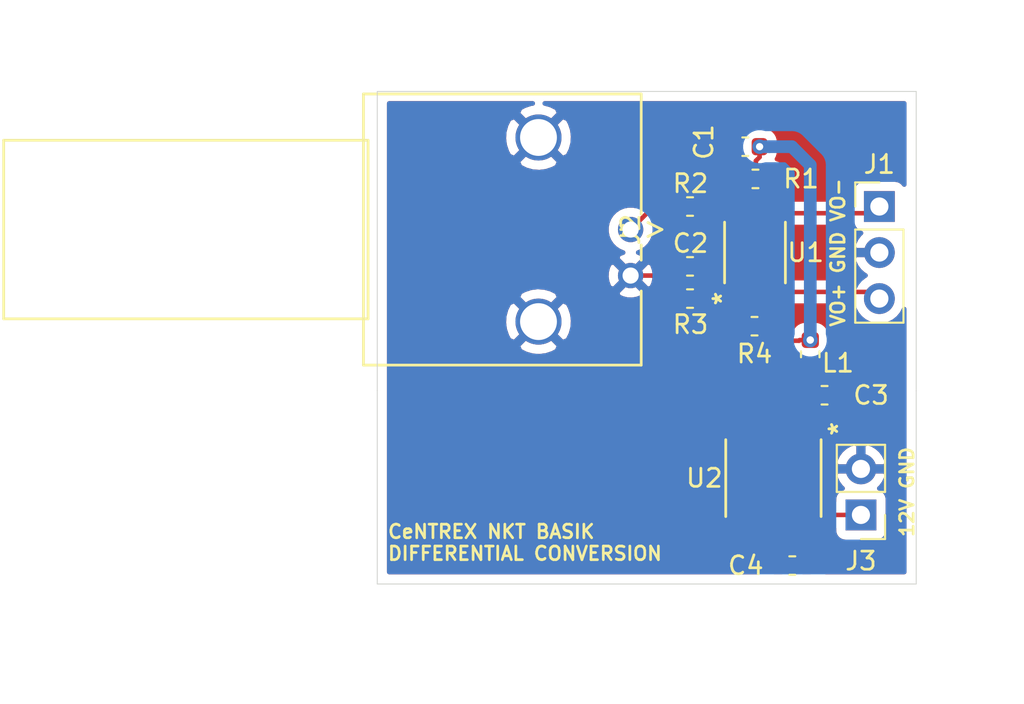
<source format=kicad_pcb>
(kicad_pcb (version 20171130) (host pcbnew "(5.1.4)-1")

  (general
    (thickness 1.6)
    (drawings 11)
    (tracks 57)
    (zones 0)
    (modules 14)
    (nets 12)
  )

  (page A4)
  (layers
    (0 F.Cu signal)
    (31 B.Cu signal)
    (32 B.Adhes user)
    (33 F.Adhes user)
    (34 B.Paste user)
    (35 F.Paste user)
    (36 B.SilkS user)
    (37 F.SilkS user)
    (38 B.Mask user)
    (39 F.Mask user)
    (40 Dwgs.User user hide)
    (41 Cmts.User user)
    (42 Eco1.User user)
    (43 Eco2.User user)
    (44 Edge.Cuts user)
    (45 Margin user)
    (46 B.CrtYd user)
    (47 F.CrtYd user)
    (48 B.Fab user)
    (49 F.Fab user hide)
  )

  (setup
    (last_trace_width 0.25)
    (trace_clearance 0.2)
    (zone_clearance 0.508)
    (zone_45_only no)
    (trace_min 0.2)
    (via_size 0.8)
    (via_drill 0.4)
    (via_min_size 0.4)
    (via_min_drill 0.3)
    (uvia_size 0.3)
    (uvia_drill 0.1)
    (uvias_allowed no)
    (uvia_min_size 0.2)
    (uvia_min_drill 0.1)
    (edge_width 0.05)
    (segment_width 0.2)
    (pcb_text_width 0.3)
    (pcb_text_size 1.5 1.5)
    (mod_edge_width 0.12)
    (mod_text_size 1 1)
    (mod_text_width 0.15)
    (pad_size 1.524 1.524)
    (pad_drill 0.762)
    (pad_to_mask_clearance 0.051)
    (solder_mask_min_width 0.25)
    (aux_axis_origin 0 0)
    (visible_elements 7FFFFFFF)
    (pcbplotparams
      (layerselection 0x010fc_ffffffff)
      (usegerberextensions false)
      (usegerberattributes false)
      (usegerberadvancedattributes false)
      (creategerberjobfile false)
      (excludeedgelayer true)
      (linewidth 0.100000)
      (plotframeref false)
      (viasonmask false)
      (mode 1)
      (useauxorigin false)
      (hpglpennumber 1)
      (hpglpenspeed 20)
      (hpglpendiameter 15.000000)
      (psnegative false)
      (psa4output false)
      (plotreference true)
      (plotvalue true)
      (plotinvisibletext false)
      (padsonsilk false)
      (subtractmaskfromsilk false)
      (outputformat 1)
      (mirror false)
      (drillshape 0)
      (scaleselection 1)
      (outputdirectory "gerber/"))
  )

  (net 0 "")
  (net 1 +5V)
  (net 2 GND)
  (net 3 "Net-(C2-Pad1)")
  (net 4 "Net-(J1-Pad3)")
  (net 5 "Net-(J1-Pad1)")
  (net 6 "Net-(J2-Pad1)")
  (net 7 "Net-(R3-Pad1)")
  (net 8 "Net-(R1-Pad2)")
  (net 9 "Net-(C3-Pad1)")
  (net 10 +12V)
  (net 11 "Net-(U2-Pad4)")

  (net_class Default "This is the default net class."
    (clearance 0.2)
    (trace_width 0.25)
    (via_dia 0.8)
    (via_drill 0.4)
    (uvia_dia 0.3)
    (uvia_drill 0.1)
    (add_net +12V)
    (add_net +5V)
    (add_net GND)
    (add_net "Net-(C2-Pad1)")
    (add_net "Net-(C3-Pad1)")
    (add_net "Net-(J1-Pad1)")
    (add_net "Net-(J1-Pad3)")
    (add_net "Net-(J2-Pad1)")
    (add_net "Net-(R1-Pad2)")
    (add_net "Net-(R3-Pad1)")
    (add_net "Net-(U2-Pad4)")
  )

  (module Resistor_SMD:R_0603_1608Metric (layer F.Cu) (tedit 5B301BBD) (tstamp 5DDC6C99)
    (at 157.9625 98.806)
    (descr "Resistor SMD 0603 (1608 Metric), square (rectangular) end terminal, IPC_7351 nominal, (Body size source: http://www.tortai-tech.com/upload/download/2011102023233369053.pdf), generated with kicad-footprint-generator")
    (tags resistor)
    (path /5DD85470)
    (attr smd)
    (fp_text reference R4 (at 0 1.524) (layer F.SilkS)
      (effects (font (size 1 1) (thickness 0.15)))
    )
    (fp_text value 2k (at 0 1.43) (layer F.Fab)
      (effects (font (size 1 1) (thickness 0.15)))
    )
    (fp_text user %R (at 0 0) (layer F.Fab)
      (effects (font (size 0.4 0.4) (thickness 0.06)))
    )
    (fp_line (start 1.48 0.73) (end -1.48 0.73) (layer F.CrtYd) (width 0.05))
    (fp_line (start 1.48 -0.73) (end 1.48 0.73) (layer F.CrtYd) (width 0.05))
    (fp_line (start -1.48 -0.73) (end 1.48 -0.73) (layer F.CrtYd) (width 0.05))
    (fp_line (start -1.48 0.73) (end -1.48 -0.73) (layer F.CrtYd) (width 0.05))
    (fp_line (start -0.162779 0.51) (end 0.162779 0.51) (layer F.SilkS) (width 0.12))
    (fp_line (start -0.162779 -0.51) (end 0.162779 -0.51) (layer F.SilkS) (width 0.12))
    (fp_line (start 0.8 0.4) (end -0.8 0.4) (layer F.Fab) (width 0.1))
    (fp_line (start 0.8 -0.4) (end 0.8 0.4) (layer F.Fab) (width 0.1))
    (fp_line (start -0.8 -0.4) (end 0.8 -0.4) (layer F.Fab) (width 0.1))
    (fp_line (start -0.8 0.4) (end -0.8 -0.4) (layer F.Fab) (width 0.1))
    (pad 2 smd roundrect (at 0.7875 0) (size 0.875 0.95) (layers F.Cu F.Paste F.Mask) (roundrect_rratio 0.25)
      (net 4 "Net-(J1-Pad3)"))
    (pad 1 smd roundrect (at -0.7875 0) (size 0.875 0.95) (layers F.Cu F.Paste F.Mask) (roundrect_rratio 0.25)
      (net 7 "Net-(R3-Pad1)"))
    (model ${KISYS3DMOD}/Resistor_SMD.3dshapes/R_0603_1608Metric.wrl
      (at (xyz 0 0 0))
      (scale (xyz 1 1 1))
      (rotate (xyz 0 0 0))
    )
  )

  (module Resistor_SMD:R_0603_1608Metric (layer F.Cu) (tedit 5B301BBD) (tstamp 5DDC6C88)
    (at 154.4065 97.282 180)
    (descr "Resistor SMD 0603 (1608 Metric), square (rectangular) end terminal, IPC_7351 nominal, (Body size source: http://www.tortai-tech.com/upload/download/2011102023233369053.pdf), generated with kicad-footprint-generator")
    (tags resistor)
    (path /5DD84013)
    (attr smd)
    (fp_text reference R3 (at -0.0255 -1.43) (layer F.SilkS)
      (effects (font (size 1 1) (thickness 0.15)))
    )
    (fp_text value 2k (at 0 1.43) (layer F.Fab)
      (effects (font (size 1 1) (thickness 0.15)))
    )
    (fp_text user %R (at 0 0) (layer F.Fab)
      (effects (font (size 0.4 0.4) (thickness 0.06)))
    )
    (fp_line (start 1.48 0.73) (end -1.48 0.73) (layer F.CrtYd) (width 0.05))
    (fp_line (start 1.48 -0.73) (end 1.48 0.73) (layer F.CrtYd) (width 0.05))
    (fp_line (start -1.48 -0.73) (end 1.48 -0.73) (layer F.CrtYd) (width 0.05))
    (fp_line (start -1.48 0.73) (end -1.48 -0.73) (layer F.CrtYd) (width 0.05))
    (fp_line (start -0.162779 0.51) (end 0.162779 0.51) (layer F.SilkS) (width 0.12))
    (fp_line (start -0.162779 -0.51) (end 0.162779 -0.51) (layer F.SilkS) (width 0.12))
    (fp_line (start 0.8 0.4) (end -0.8 0.4) (layer F.Fab) (width 0.1))
    (fp_line (start 0.8 -0.4) (end 0.8 0.4) (layer F.Fab) (width 0.1))
    (fp_line (start -0.8 -0.4) (end 0.8 -0.4) (layer F.Fab) (width 0.1))
    (fp_line (start -0.8 0.4) (end -0.8 -0.4) (layer F.Fab) (width 0.1))
    (pad 2 smd roundrect (at 0.7875 0 180) (size 0.875 0.95) (layers F.Cu F.Paste F.Mask) (roundrect_rratio 0.25)
      (net 2 GND))
    (pad 1 smd roundrect (at -0.7875 0 180) (size 0.875 0.95) (layers F.Cu F.Paste F.Mask) (roundrect_rratio 0.25)
      (net 7 "Net-(R3-Pad1)"))
    (model ${KISYS3DMOD}/Resistor_SMD.3dshapes/R_0603_1608Metric.wrl
      (at (xyz 0 0 0))
      (scale (xyz 1 1 1))
      (rotate (xyz 0 0 0))
    )
  )

  (module Resistor_SMD:R_0603_1608Metric (layer F.Cu) (tedit 5B301BBD) (tstamp 5DDC6C77)
    (at 154.4065 92.202 180)
    (descr "Resistor SMD 0603 (1608 Metric), square (rectangular) end terminal, IPC_7351 nominal, (Body size source: http://www.tortai-tech.com/upload/download/2011102023233369053.pdf), generated with kicad-footprint-generator")
    (tags resistor)
    (path /5DD84AEB)
    (attr smd)
    (fp_text reference R2 (at -0.0255 1.27) (layer F.SilkS)
      (effects (font (size 1 1) (thickness 0.15)))
    )
    (fp_text value 2k (at 0 1.43) (layer F.Fab)
      (effects (font (size 1 1) (thickness 0.15)))
    )
    (fp_text user %R (at 0 0) (layer F.Fab)
      (effects (font (size 0.4 0.4) (thickness 0.06)))
    )
    (fp_line (start 1.48 0.73) (end -1.48 0.73) (layer F.CrtYd) (width 0.05))
    (fp_line (start 1.48 -0.73) (end 1.48 0.73) (layer F.CrtYd) (width 0.05))
    (fp_line (start -1.48 -0.73) (end 1.48 -0.73) (layer F.CrtYd) (width 0.05))
    (fp_line (start -1.48 0.73) (end -1.48 -0.73) (layer F.CrtYd) (width 0.05))
    (fp_line (start -0.162779 0.51) (end 0.162779 0.51) (layer F.SilkS) (width 0.12))
    (fp_line (start -0.162779 -0.51) (end 0.162779 -0.51) (layer F.SilkS) (width 0.12))
    (fp_line (start 0.8 0.4) (end -0.8 0.4) (layer F.Fab) (width 0.1))
    (fp_line (start 0.8 -0.4) (end 0.8 0.4) (layer F.Fab) (width 0.1))
    (fp_line (start -0.8 -0.4) (end 0.8 -0.4) (layer F.Fab) (width 0.1))
    (fp_line (start -0.8 0.4) (end -0.8 -0.4) (layer F.Fab) (width 0.1))
    (pad 2 smd roundrect (at 0.7875 0 180) (size 0.875 0.95) (layers F.Cu F.Paste F.Mask) (roundrect_rratio 0.25)
      (net 6 "Net-(J2-Pad1)"))
    (pad 1 smd roundrect (at -0.7875 0 180) (size 0.875 0.95) (layers F.Cu F.Paste F.Mask) (roundrect_rratio 0.25)
      (net 8 "Net-(R1-Pad2)"))
    (model ${KISYS3DMOD}/Resistor_SMD.3dshapes/R_0603_1608Metric.wrl
      (at (xyz 0 0 0))
      (scale (xyz 1 1 1))
      (rotate (xyz 0 0 0))
    )
  )

  (module Resistor_SMD:R_0603_1608Metric (layer F.Cu) (tedit 5B301BBD) (tstamp 5DDC6C66)
    (at 158.0135 90.678 180)
    (descr "Resistor SMD 0603 (1608 Metric), square (rectangular) end terminal, IPC_7351 nominal, (Body size source: http://www.tortai-tech.com/upload/download/2011102023233369053.pdf), generated with kicad-footprint-generator")
    (tags resistor)
    (path /5DD849D5)
    (attr smd)
    (fp_text reference R1 (at -2.5145 0) (layer F.SilkS)
      (effects (font (size 1 1) (thickness 0.15)))
    )
    (fp_text value 2k (at 0 1.43) (layer F.Fab)
      (effects (font (size 1 1) (thickness 0.15)))
    )
    (fp_text user %R (at 0 0) (layer F.Fab)
      (effects (font (size 0.4 0.4) (thickness 0.06)))
    )
    (fp_line (start 1.48 0.73) (end -1.48 0.73) (layer F.CrtYd) (width 0.05))
    (fp_line (start 1.48 -0.73) (end 1.48 0.73) (layer F.CrtYd) (width 0.05))
    (fp_line (start -1.48 -0.73) (end 1.48 -0.73) (layer F.CrtYd) (width 0.05))
    (fp_line (start -1.48 0.73) (end -1.48 -0.73) (layer F.CrtYd) (width 0.05))
    (fp_line (start -0.162779 0.51) (end 0.162779 0.51) (layer F.SilkS) (width 0.12))
    (fp_line (start -0.162779 -0.51) (end 0.162779 -0.51) (layer F.SilkS) (width 0.12))
    (fp_line (start 0.8 0.4) (end -0.8 0.4) (layer F.Fab) (width 0.1))
    (fp_line (start 0.8 -0.4) (end 0.8 0.4) (layer F.Fab) (width 0.1))
    (fp_line (start -0.8 -0.4) (end 0.8 -0.4) (layer F.Fab) (width 0.1))
    (fp_line (start -0.8 0.4) (end -0.8 -0.4) (layer F.Fab) (width 0.1))
    (pad 2 smd roundrect (at 0.7875 0 180) (size 0.875 0.95) (layers F.Cu F.Paste F.Mask) (roundrect_rratio 0.25)
      (net 8 "Net-(R1-Pad2)"))
    (pad 1 smd roundrect (at -0.7875 0 180) (size 0.875 0.95) (layers F.Cu F.Paste F.Mask) (roundrect_rratio 0.25)
      (net 5 "Net-(J1-Pad1)"))
    (model ${KISYS3DMOD}/Resistor_SMD.3dshapes/R_0603_1608Metric.wrl
      (at (xyz 0 0 0))
      (scale (xyz 1 1 1))
      (rotate (xyz 0 0 0))
    )
  )

  (module Inductor_SMD:L_0603_1608Metric (layer F.Cu) (tedit 5B301BBE) (tstamp 5DDC6C55)
    (at 161.036 100.3555 90)
    (descr "Inductor SMD 0603 (1608 Metric), square (rectangular) end terminal, IPC_7351 nominal, (Body size source: http://www.tortai-tech.com/upload/download/2011102023233369053.pdf), generated with kicad-footprint-generator")
    (tags inductor)
    (path /5DDAFCCE)
    (attr smd)
    (fp_text reference L1 (at -0.4825 1.524 180) (layer F.SilkS)
      (effects (font (size 1 1) (thickness 0.15)))
    )
    (fp_text value L (at 0 1.43 90) (layer F.Fab)
      (effects (font (size 1 1) (thickness 0.15)))
    )
    (fp_text user %R (at 0 0 90) (layer F.Fab)
      (effects (font (size 0.4 0.4) (thickness 0.06)))
    )
    (fp_line (start 1.48 0.73) (end -1.48 0.73) (layer F.CrtYd) (width 0.05))
    (fp_line (start 1.48 -0.73) (end 1.48 0.73) (layer F.CrtYd) (width 0.05))
    (fp_line (start -1.48 -0.73) (end 1.48 -0.73) (layer F.CrtYd) (width 0.05))
    (fp_line (start -1.48 0.73) (end -1.48 -0.73) (layer F.CrtYd) (width 0.05))
    (fp_line (start -0.162779 0.51) (end 0.162779 0.51) (layer F.SilkS) (width 0.12))
    (fp_line (start -0.162779 -0.51) (end 0.162779 -0.51) (layer F.SilkS) (width 0.12))
    (fp_line (start 0.8 0.4) (end -0.8 0.4) (layer F.Fab) (width 0.1))
    (fp_line (start 0.8 -0.4) (end 0.8 0.4) (layer F.Fab) (width 0.1))
    (fp_line (start -0.8 -0.4) (end 0.8 -0.4) (layer F.Fab) (width 0.1))
    (fp_line (start -0.8 0.4) (end -0.8 -0.4) (layer F.Fab) (width 0.1))
    (pad 2 smd roundrect (at 0.7875 0 90) (size 0.875 0.95) (layers F.Cu F.Paste F.Mask) (roundrect_rratio 0.25)
      (net 1 +5V))
    (pad 1 smd roundrect (at -0.7875 0 90) (size 0.875 0.95) (layers F.Cu F.Paste F.Mask) (roundrect_rratio 0.25)
      (net 9 "Net-(C3-Pad1)"))
    (model ${KISYS3DMOD}/Inductor_SMD.3dshapes/L_0603_1608Metric.wrl
      (at (xyz 0 0 0))
      (scale (xyz 1 1 1))
      (rotate (xyz 0 0 0))
    )
  )

  (module Capacitor_SMD:C_0603_1608Metric (layer F.Cu) (tedit 5B301BBE) (tstamp 5DDC6BCA)
    (at 160.0455 112.014)
    (descr "Capacitor SMD 0603 (1608 Metric), square (rectangular) end terminal, IPC_7351 nominal, (Body size source: http://www.tortai-tech.com/upload/download/2011102023233369053.pdf), generated with kicad-footprint-generator")
    (tags capacitor)
    (path /5DDADE2C)
    (attr smd)
    (fp_text reference C4 (at -2.5655 0) (layer F.SilkS)
      (effects (font (size 1 1) (thickness 0.15)))
    )
    (fp_text value 220n (at 0 1.43) (layer F.Fab)
      (effects (font (size 1 1) (thickness 0.15)))
    )
    (fp_text user %R (at 0 0) (layer F.Fab)
      (effects (font (size 0.4 0.4) (thickness 0.06)))
    )
    (fp_line (start 1.48 0.73) (end -1.48 0.73) (layer F.CrtYd) (width 0.05))
    (fp_line (start 1.48 -0.73) (end 1.48 0.73) (layer F.CrtYd) (width 0.05))
    (fp_line (start -1.48 -0.73) (end 1.48 -0.73) (layer F.CrtYd) (width 0.05))
    (fp_line (start -1.48 0.73) (end -1.48 -0.73) (layer F.CrtYd) (width 0.05))
    (fp_line (start -0.162779 0.51) (end 0.162779 0.51) (layer F.SilkS) (width 0.12))
    (fp_line (start -0.162779 -0.51) (end 0.162779 -0.51) (layer F.SilkS) (width 0.12))
    (fp_line (start 0.8 0.4) (end -0.8 0.4) (layer F.Fab) (width 0.1))
    (fp_line (start 0.8 -0.4) (end 0.8 0.4) (layer F.Fab) (width 0.1))
    (fp_line (start -0.8 -0.4) (end 0.8 -0.4) (layer F.Fab) (width 0.1))
    (fp_line (start -0.8 0.4) (end -0.8 -0.4) (layer F.Fab) (width 0.1))
    (pad 2 smd roundrect (at 0.7875 0) (size 0.875 0.95) (layers F.Cu F.Paste F.Mask) (roundrect_rratio 0.25)
      (net 10 +12V))
    (pad 1 smd roundrect (at -0.7875 0) (size 0.875 0.95) (layers F.Cu F.Paste F.Mask) (roundrect_rratio 0.25)
      (net 2 GND))
    (model ${KISYS3DMOD}/Capacitor_SMD.3dshapes/C_0603_1608Metric.wrl
      (at (xyz 0 0 0))
      (scale (xyz 1 1 1))
      (rotate (xyz 0 0 0))
    )
  )

  (module Capacitor_SMD:C_0603_1608Metric (layer F.Cu) (tedit 5B301BBE) (tstamp 5DDC6BB9)
    (at 161.8235 102.616)
    (descr "Capacitor SMD 0603 (1608 Metric), square (rectangular) end terminal, IPC_7351 nominal, (Body size source: http://www.tortai-tech.com/upload/download/2011102023233369053.pdf), generated with kicad-footprint-generator")
    (tags capacitor)
    (path /5DDAC7C5)
    (attr smd)
    (fp_text reference C3 (at 2.5655 0) (layer F.SilkS)
      (effects (font (size 1 1) (thickness 0.15)))
    )
    (fp_text value 220n (at 0 1.43) (layer F.Fab)
      (effects (font (size 1 1) (thickness 0.15)))
    )
    (fp_text user %R (at 0 0) (layer F.Fab)
      (effects (font (size 0.4 0.4) (thickness 0.06)))
    )
    (fp_line (start 1.48 0.73) (end -1.48 0.73) (layer F.CrtYd) (width 0.05))
    (fp_line (start 1.48 -0.73) (end 1.48 0.73) (layer F.CrtYd) (width 0.05))
    (fp_line (start -1.48 -0.73) (end 1.48 -0.73) (layer F.CrtYd) (width 0.05))
    (fp_line (start -1.48 0.73) (end -1.48 -0.73) (layer F.CrtYd) (width 0.05))
    (fp_line (start -0.162779 0.51) (end 0.162779 0.51) (layer F.SilkS) (width 0.12))
    (fp_line (start -0.162779 -0.51) (end 0.162779 -0.51) (layer F.SilkS) (width 0.12))
    (fp_line (start 0.8 0.4) (end -0.8 0.4) (layer F.Fab) (width 0.1))
    (fp_line (start 0.8 -0.4) (end 0.8 0.4) (layer F.Fab) (width 0.1))
    (fp_line (start -0.8 -0.4) (end 0.8 -0.4) (layer F.Fab) (width 0.1))
    (fp_line (start -0.8 0.4) (end -0.8 -0.4) (layer F.Fab) (width 0.1))
    (pad 2 smd roundrect (at 0.7875 0) (size 0.875 0.95) (layers F.Cu F.Paste F.Mask) (roundrect_rratio 0.25)
      (net 2 GND))
    (pad 1 smd roundrect (at -0.7875 0) (size 0.875 0.95) (layers F.Cu F.Paste F.Mask) (roundrect_rratio 0.25)
      (net 9 "Net-(C3-Pad1)"))
    (model ${KISYS3DMOD}/Capacitor_SMD.3dshapes/C_0603_1608Metric.wrl
      (at (xyz 0 0 0))
      (scale (xyz 1 1 1))
      (rotate (xyz 0 0 0))
    )
  )

  (module Capacitor_SMD:C_0603_1608Metric (layer F.Cu) (tedit 5B301BBE) (tstamp 5DDC6BA8)
    (at 154.4065 95.504 180)
    (descr "Capacitor SMD 0603 (1608 Metric), square (rectangular) end terminal, IPC_7351 nominal, (Body size source: http://www.tortai-tech.com/upload/download/2011102023233369053.pdf), generated with kicad-footprint-generator")
    (tags capacitor)
    (path /5DD8590C)
    (attr smd)
    (fp_text reference C2 (at -0.0255 1.27) (layer F.SilkS)
      (effects (font (size 1 1) (thickness 0.15)))
    )
    (fp_text value 220n (at 0 1.43) (layer F.Fab)
      (effects (font (size 1 1) (thickness 0.15)))
    )
    (fp_text user %R (at 0 0) (layer F.Fab)
      (effects (font (size 0.4 0.4) (thickness 0.06)))
    )
    (fp_line (start 1.48 0.73) (end -1.48 0.73) (layer F.CrtYd) (width 0.05))
    (fp_line (start 1.48 -0.73) (end 1.48 0.73) (layer F.CrtYd) (width 0.05))
    (fp_line (start -1.48 -0.73) (end 1.48 -0.73) (layer F.CrtYd) (width 0.05))
    (fp_line (start -1.48 0.73) (end -1.48 -0.73) (layer F.CrtYd) (width 0.05))
    (fp_line (start -0.162779 0.51) (end 0.162779 0.51) (layer F.SilkS) (width 0.12))
    (fp_line (start -0.162779 -0.51) (end 0.162779 -0.51) (layer F.SilkS) (width 0.12))
    (fp_line (start 0.8 0.4) (end -0.8 0.4) (layer F.Fab) (width 0.1))
    (fp_line (start 0.8 -0.4) (end 0.8 0.4) (layer F.Fab) (width 0.1))
    (fp_line (start -0.8 -0.4) (end 0.8 -0.4) (layer F.Fab) (width 0.1))
    (fp_line (start -0.8 0.4) (end -0.8 -0.4) (layer F.Fab) (width 0.1))
    (pad 2 smd roundrect (at 0.7875 0 180) (size 0.875 0.95) (layers F.Cu F.Paste F.Mask) (roundrect_rratio 0.25)
      (net 2 GND))
    (pad 1 smd roundrect (at -0.7875 0 180) (size 0.875 0.95) (layers F.Cu F.Paste F.Mask) (roundrect_rratio 0.25)
      (net 3 "Net-(C2-Pad1)"))
    (model ${KISYS3DMOD}/Capacitor_SMD.3dshapes/C_0603_1608Metric.wrl
      (at (xyz 0 0 0))
      (scale (xyz 1 1 1))
      (rotate (xyz 0 0 0))
    )
  )

  (module Capacitor_SMD:C_0603_1608Metric (layer F.Cu) (tedit 5B301BBE) (tstamp 5DDC6B97)
    (at 157.4545 88.9)
    (descr "Capacitor SMD 0603 (1608 Metric), square (rectangular) end terminal, IPC_7351 nominal, (Body size source: http://www.tortai-tech.com/upload/download/2011102023233369053.pdf), generated with kicad-footprint-generator")
    (tags capacitor)
    (path /5DD84BCE)
    (attr smd)
    (fp_text reference C1 (at -2.286 -0.254 270) (layer F.SilkS)
      (effects (font (size 1 1) (thickness 0.15)))
    )
    (fp_text value 220n (at 0 1.43) (layer F.Fab)
      (effects (font (size 1 1) (thickness 0.15)))
    )
    (fp_text user %R (at 0 0) (layer F.Fab)
      (effects (font (size 0.4 0.4) (thickness 0.06)))
    )
    (fp_line (start 1.48 0.73) (end -1.48 0.73) (layer F.CrtYd) (width 0.05))
    (fp_line (start 1.48 -0.73) (end 1.48 0.73) (layer F.CrtYd) (width 0.05))
    (fp_line (start -1.48 -0.73) (end 1.48 -0.73) (layer F.CrtYd) (width 0.05))
    (fp_line (start -1.48 0.73) (end -1.48 -0.73) (layer F.CrtYd) (width 0.05))
    (fp_line (start -0.162779 0.51) (end 0.162779 0.51) (layer F.SilkS) (width 0.12))
    (fp_line (start -0.162779 -0.51) (end 0.162779 -0.51) (layer F.SilkS) (width 0.12))
    (fp_line (start 0.8 0.4) (end -0.8 0.4) (layer F.Fab) (width 0.1))
    (fp_line (start 0.8 -0.4) (end 0.8 0.4) (layer F.Fab) (width 0.1))
    (fp_line (start -0.8 -0.4) (end 0.8 -0.4) (layer F.Fab) (width 0.1))
    (fp_line (start -0.8 0.4) (end -0.8 -0.4) (layer F.Fab) (width 0.1))
    (pad 2 smd roundrect (at 0.7875 0) (size 0.875 0.95) (layers F.Cu F.Paste F.Mask) (roundrect_rratio 0.25)
      (net 1 +5V))
    (pad 1 smd roundrect (at -0.7875 0) (size 0.875 0.95) (layers F.Cu F.Paste F.Mask) (roundrect_rratio 0.25)
      (net 2 GND))
    (model ${KISYS3DMOD}/Capacitor_SMD.3dshapes/C_0603_1608Metric.wrl
      (at (xyz 0 0 0))
      (scale (xyz 1 1 1))
      (rotate (xyz 0 0 0))
    )
  )

  (module footprints:LM2936BM-5.0&slash_NOPB (layer F.Cu) (tedit 0) (tstamp 5DD8A3AD)
    (at 159.004 107.188 270)
    (path /5DDA6AFA)
    (fp_text reference U2 (at 0 3.81 180) (layer F.SilkS)
      (effects (font (size 1 1) (thickness 0.15)))
    )
    (fp_text value " " (at 0 0 90) (layer F.SilkS)
      (effects (font (size 1 1) (thickness 0.15)))
    )
    (fp_arc (start 0 -2.5019) (end 0.3048 -2.5019) (angle 180) (layer F.Fab) (width 0.1524))
    (fp_line (start -2.2479 2.4384) (end -3.7084 2.4384) (layer F.CrtYd) (width 0.1524))
    (fp_line (start -2.2479 2.7559) (end -2.2479 2.4384) (layer F.CrtYd) (width 0.1524))
    (fp_line (start 2.2479 2.7559) (end -2.2479 2.7559) (layer F.CrtYd) (width 0.1524))
    (fp_line (start 2.2479 2.4384) (end 2.2479 2.7559) (layer F.CrtYd) (width 0.1524))
    (fp_line (start 3.7084 2.4384) (end 2.2479 2.4384) (layer F.CrtYd) (width 0.1524))
    (fp_line (start 3.7084 -2.4384) (end 3.7084 2.4384) (layer F.CrtYd) (width 0.1524))
    (fp_line (start 2.2479 -2.4384) (end 3.7084 -2.4384) (layer F.CrtYd) (width 0.1524))
    (fp_line (start 2.2479 -2.7559) (end 2.2479 -2.4384) (layer F.CrtYd) (width 0.1524))
    (fp_line (start -2.2479 -2.7559) (end 2.2479 -2.7559) (layer F.CrtYd) (width 0.1524))
    (fp_line (start -2.2479 -2.4384) (end -2.2479 -2.7559) (layer F.CrtYd) (width 0.1524))
    (fp_line (start -3.7084 -2.4384) (end -2.2479 -2.4384) (layer F.CrtYd) (width 0.1524))
    (fp_line (start -3.7084 2.4384) (end -3.7084 -2.4384) (layer F.CrtYd) (width 0.1524))
    (fp_line (start -1.9939 -2.5019) (end -1.9939 2.5019) (layer F.Fab) (width 0.1524))
    (fp_line (start 1.9939 -2.5019) (end -1.9939 -2.5019) (layer F.Fab) (width 0.1524))
    (fp_line (start 1.9939 2.5019) (end 1.9939 -2.5019) (layer F.Fab) (width 0.1524))
    (fp_line (start -1.9939 2.5019) (end 1.9939 2.5019) (layer F.Fab) (width 0.1524))
    (fp_line (start 2.1209 -2.6289) (end -2.1209 -2.6289) (layer F.SilkS) (width 0.1524))
    (fp_line (start -2.1209 2.6289) (end 2.1209 2.6289) (layer F.SilkS) (width 0.1524))
    (fp_line (start 3.0988 -2.159) (end 1.9939 -2.159) (layer F.Fab) (width 0.1524))
    (fp_line (start 3.0988 -1.651) (end 3.0988 -2.159) (layer F.Fab) (width 0.1524))
    (fp_line (start 1.9939 -1.651) (end 3.0988 -1.651) (layer F.Fab) (width 0.1524))
    (fp_line (start 1.9939 -2.159) (end 1.9939 -1.651) (layer F.Fab) (width 0.1524))
    (fp_line (start 3.0988 -0.889) (end 1.9939 -0.889) (layer F.Fab) (width 0.1524))
    (fp_line (start 3.0988 -0.381) (end 3.0988 -0.889) (layer F.Fab) (width 0.1524))
    (fp_line (start 1.9939 -0.381) (end 3.0988 -0.381) (layer F.Fab) (width 0.1524))
    (fp_line (start 1.9939 -0.889) (end 1.9939 -0.381) (layer F.Fab) (width 0.1524))
    (fp_line (start 3.0988 0.381) (end 1.9939 0.381) (layer F.Fab) (width 0.1524))
    (fp_line (start 3.0988 0.889) (end 3.0988 0.381) (layer F.Fab) (width 0.1524))
    (fp_line (start 1.9939 0.889) (end 3.0988 0.889) (layer F.Fab) (width 0.1524))
    (fp_line (start 1.9939 0.381) (end 1.9939 0.889) (layer F.Fab) (width 0.1524))
    (fp_line (start 3.0988 1.651) (end 1.9939 1.651) (layer F.Fab) (width 0.1524))
    (fp_line (start 3.0988 2.159) (end 3.0988 1.651) (layer F.Fab) (width 0.1524))
    (fp_line (start 1.9939 2.159) (end 3.0988 2.159) (layer F.Fab) (width 0.1524))
    (fp_line (start 1.9939 1.651) (end 1.9939 2.159) (layer F.Fab) (width 0.1524))
    (fp_line (start -3.0988 2.159) (end -1.9939 2.159) (layer F.Fab) (width 0.1524))
    (fp_line (start -3.0988 1.651) (end -3.0988 2.159) (layer F.Fab) (width 0.1524))
    (fp_line (start -1.9939 1.651) (end -3.0988 1.651) (layer F.Fab) (width 0.1524))
    (fp_line (start -1.9939 2.159) (end -1.9939 1.651) (layer F.Fab) (width 0.1524))
    (fp_line (start -3.0988 0.889) (end -1.9939 0.889) (layer F.Fab) (width 0.1524))
    (fp_line (start -3.0988 0.381) (end -3.0988 0.889) (layer F.Fab) (width 0.1524))
    (fp_line (start -1.9939 0.381) (end -3.0988 0.381) (layer F.Fab) (width 0.1524))
    (fp_line (start -1.9939 0.889) (end -1.9939 0.381) (layer F.Fab) (width 0.1524))
    (fp_line (start -3.0988 -0.381) (end -1.9939 -0.381) (layer F.Fab) (width 0.1524))
    (fp_line (start -3.0988 -0.889) (end -3.0988 -0.381) (layer F.Fab) (width 0.1524))
    (fp_line (start -1.9939 -0.889) (end -3.0988 -0.889) (layer F.Fab) (width 0.1524))
    (fp_line (start -1.9939 -0.381) (end -1.9939 -0.889) (layer F.Fab) (width 0.1524))
    (fp_line (start -3.0988 -1.651) (end -1.9939 -1.651) (layer F.Fab) (width 0.1524))
    (fp_line (start -3.0988 -2.159) (end -3.0988 -1.651) (layer F.Fab) (width 0.1524))
    (fp_line (start -1.9939 -2.159) (end -3.0988 -2.159) (layer F.Fab) (width 0.1524))
    (fp_line (start -1.9939 -1.651) (end -1.9939 -2.159) (layer F.Fab) (width 0.1524))
    (fp_text user * (at -1.6129 -2.4257 90) (layer F.Fab)
      (effects (font (size 1 1) (thickness 0.15)))
    )
    (fp_text user * (at -2.7178 -3.6068 90) (layer F.SilkS)
      (effects (font (size 1 1) (thickness 0.15)))
    )
    (fp_text user 0.078in/1.981mm (at -2.4638 4.9149 90) (layer Dwgs.User)
      (effects (font (size 1 1) (thickness 0.15)))
    )
    (fp_text user 0.194in/4.928mm (at 0 -4.9149 90) (layer Dwgs.User)
      (effects (font (size 1 1) (thickness 0.15)))
    )
    (fp_text user 0.022in/0.559mm (at 5.5118 -1.905 90) (layer Dwgs.User)
      (effects (font (size 1 1) (thickness 0.15)))
    )
    (fp_text user 0.05in/1.27mm (at -5.5118 -1.27 90) (layer Dwgs.User)
      (effects (font (size 1 1) (thickness 0.15)))
    )
    (fp_text user * (at -1.6129 -2.4257 90) (layer F.Fab)
      (effects (font (size 1 1) (thickness 0.15)))
    )
    (fp_text user * (at -2.7178 -3.6068 90) (layer F.SilkS)
      (effects (font (size 1 1) (thickness 0.15)))
    )
    (fp_text user "Copyright 2016 Accelerated Designs. All rights reserved." (at 0 0 90) (layer Cmts.User)
      (effects (font (size 0.127 0.127) (thickness 0.002)))
    )
    (pad 8 smd rect (at 2.4638 -1.905 270) (size 1.9812 0.5588) (layers F.Cu F.Paste F.Mask)
      (net 10 +12V))
    (pad 7 smd rect (at 2.4638 -0.635 270) (size 1.9812 0.5588) (layers F.Cu F.Paste F.Mask)
      (net 2 GND))
    (pad 6 smd rect (at 2.4638 0.635 270) (size 1.9812 0.5588) (layers F.Cu F.Paste F.Mask)
      (net 2 GND))
    (pad 5 smd rect (at 2.4638 1.905 270) (size 1.9812 0.5588) (layers F.Cu F.Paste F.Mask)
      (net 2 GND))
    (pad 4 smd rect (at -2.4638 1.905 270) (size 1.9812 0.5588) (layers F.Cu F.Paste F.Mask)
      (net 11 "Net-(U2-Pad4)"))
    (pad 3 smd rect (at -2.4638 0.635 270) (size 1.9812 0.5588) (layers F.Cu F.Paste F.Mask)
      (net 2 GND))
    (pad 2 smd rect (at -2.4638 -0.635 270) (size 1.9812 0.5588) (layers F.Cu F.Paste F.Mask)
      (net 2 GND))
    (pad 1 smd rect (at -2.4638 -1.905 270) (size 1.9812 0.5588) (layers F.Cu F.Paste F.Mask)
      (net 9 "Net-(C3-Pad1)"))
  )

  (module Connector_PinHeader_2.54mm:PinHeader_1x02_P2.54mm_Vertical (layer F.Cu) (tedit 59FED5CC) (tstamp 5DD8A09A)
    (at 163.83 109.22 180)
    (descr "Through hole straight pin header, 1x02, 2.54mm pitch, single row")
    (tags "Through hole pin header THT 1x02 2.54mm single row")
    (path /5DDA17C3)
    (fp_text reference J3 (at 0 -2.54) (layer F.SilkS)
      (effects (font (size 1 1) (thickness 0.15)))
    )
    (fp_text value Conn_01x02 (at 0 4.87) (layer F.Fab)
      (effects (font (size 1 1) (thickness 0.15)))
    )
    (fp_text user %R (at 0 1.27 90) (layer F.Fab)
      (effects (font (size 1 1) (thickness 0.15)))
    )
    (fp_line (start 1.8 -1.8) (end -1.8 -1.8) (layer F.CrtYd) (width 0.05))
    (fp_line (start 1.8 4.35) (end 1.8 -1.8) (layer F.CrtYd) (width 0.05))
    (fp_line (start -1.8 4.35) (end 1.8 4.35) (layer F.CrtYd) (width 0.05))
    (fp_line (start -1.8 -1.8) (end -1.8 4.35) (layer F.CrtYd) (width 0.05))
    (fp_line (start -1.33 -1.33) (end 0 -1.33) (layer F.SilkS) (width 0.12))
    (fp_line (start -1.33 0) (end -1.33 -1.33) (layer F.SilkS) (width 0.12))
    (fp_line (start -1.33 1.27) (end 1.33 1.27) (layer F.SilkS) (width 0.12))
    (fp_line (start 1.33 1.27) (end 1.33 3.87) (layer F.SilkS) (width 0.12))
    (fp_line (start -1.33 1.27) (end -1.33 3.87) (layer F.SilkS) (width 0.12))
    (fp_line (start -1.33 3.87) (end 1.33 3.87) (layer F.SilkS) (width 0.12))
    (fp_line (start -1.27 -0.635) (end -0.635 -1.27) (layer F.Fab) (width 0.1))
    (fp_line (start -1.27 3.81) (end -1.27 -0.635) (layer F.Fab) (width 0.1))
    (fp_line (start 1.27 3.81) (end -1.27 3.81) (layer F.Fab) (width 0.1))
    (fp_line (start 1.27 -1.27) (end 1.27 3.81) (layer F.Fab) (width 0.1))
    (fp_line (start -0.635 -1.27) (end 1.27 -1.27) (layer F.Fab) (width 0.1))
    (pad 2 thru_hole oval (at 0 2.54 180) (size 1.7 1.7) (drill 1) (layers *.Cu *.Mask)
      (net 2 GND))
    (pad 1 thru_hole rect (at 0 0 180) (size 1.7 1.7) (drill 1) (layers *.Cu *.Mask)
      (net 10 +12V))
    (model ${KISYS3DMOD}/Connector_PinHeader_2.54mm.3dshapes/PinHeader_1x02_P2.54mm_Vertical.wrl
      (at (xyz 0 0 0))
      (scale (xyz 1 1 1))
      (rotate (xyz 0 0 0))
    )
  )

  (module footprints:THS4531IDGKR (layer F.Cu) (tedit 0) (tstamp 5DD8956E)
    (at 157.988 94.742 90)
    (path /5DD83178)
    (fp_text reference U1 (at 0 2.794) (layer F.SilkS)
      (effects (font (size 1 1) (thickness 0.15)))
    )
    (fp_text value " " (at 0 0 90) (layer F.SilkS)
      (effects (font (size 1 1) (thickness 0.15)))
    )
    (fp_arc (start 0 -1.5494) (end 0.3048 -1.5494) (angle 180) (layer F.Fab) (width 0.1524))
    (fp_line (start -1.8034 1.4449) (end -3.1369 1.4449) (layer F.CrtYd) (width 0.1524))
    (fp_line (start -1.8034 1.8034) (end -1.8034 1.4449) (layer F.CrtYd) (width 0.1524))
    (fp_line (start 1.8034 1.8034) (end -1.8034 1.8034) (layer F.CrtYd) (width 0.1524))
    (fp_line (start 1.8034 1.4449) (end 1.8034 1.8034) (layer F.CrtYd) (width 0.1524))
    (fp_line (start 3.1369 1.4449) (end 1.8034 1.4449) (layer F.CrtYd) (width 0.1524))
    (fp_line (start 3.1369 -1.4449) (end 3.1369 1.4449) (layer F.CrtYd) (width 0.1524))
    (fp_line (start 1.8034 -1.4449) (end 3.1369 -1.4449) (layer F.CrtYd) (width 0.1524))
    (fp_line (start 1.8034 -1.8034) (end 1.8034 -1.4449) (layer F.CrtYd) (width 0.1524))
    (fp_line (start -1.8034 -1.8034) (end 1.8034 -1.8034) (layer F.CrtYd) (width 0.1524))
    (fp_line (start -1.8034 -1.4449) (end -1.8034 -1.8034) (layer F.CrtYd) (width 0.1524))
    (fp_line (start -3.1369 -1.4449) (end -1.8034 -1.4449) (layer F.CrtYd) (width 0.1524))
    (fp_line (start -3.1369 1.4449) (end -3.1369 -1.4449) (layer F.CrtYd) (width 0.1524))
    (fp_line (start -1.5494 -1.5494) (end -1.5494 1.5494) (layer F.Fab) (width 0.1524))
    (fp_line (start 1.5494 -1.5494) (end -1.5494 -1.5494) (layer F.Fab) (width 0.1524))
    (fp_line (start 1.5494 1.5494) (end 1.5494 -1.5494) (layer F.Fab) (width 0.1524))
    (fp_line (start -1.5494 1.5494) (end 1.5494 1.5494) (layer F.Fab) (width 0.1524))
    (fp_line (start 1.6764 -1.6764) (end -1.6764 -1.6764) (layer F.SilkS) (width 0.1524))
    (fp_line (start -1.6764 1.6764) (end 1.6764 1.6764) (layer F.SilkS) (width 0.1524))
    (fp_line (start 2.5273 -1.1655) (end 1.5494 -1.1655) (layer F.Fab) (width 0.1524))
    (fp_line (start 2.5273 -0.7845) (end 2.5273 -1.1655) (layer F.Fab) (width 0.1524))
    (fp_line (start 1.5494 -0.7845) (end 2.5273 -0.7845) (layer F.Fab) (width 0.1524))
    (fp_line (start 1.5494 -1.1655) (end 1.5494 -0.7845) (layer F.Fab) (width 0.1524))
    (fp_line (start 2.5273 -0.5155) (end 1.5494 -0.5155) (layer F.Fab) (width 0.1524))
    (fp_line (start 2.5273 -0.1345) (end 2.5273 -0.5155) (layer F.Fab) (width 0.1524))
    (fp_line (start 1.5494 -0.1345) (end 2.5273 -0.1345) (layer F.Fab) (width 0.1524))
    (fp_line (start 1.5494 -0.5155) (end 1.5494 -0.1345) (layer F.Fab) (width 0.1524))
    (fp_line (start 2.5273 0.1345) (end 1.5494 0.1345) (layer F.Fab) (width 0.1524))
    (fp_line (start 2.5273 0.5155) (end 2.5273 0.1345) (layer F.Fab) (width 0.1524))
    (fp_line (start 1.5494 0.5155) (end 2.5273 0.5155) (layer F.Fab) (width 0.1524))
    (fp_line (start 1.5494 0.1345) (end 1.5494 0.5155) (layer F.Fab) (width 0.1524))
    (fp_line (start 2.5273 0.7845) (end 1.5494 0.7845) (layer F.Fab) (width 0.1524))
    (fp_line (start 2.5273 1.1655) (end 2.5273 0.7845) (layer F.Fab) (width 0.1524))
    (fp_line (start 1.5494 1.1655) (end 2.5273 1.1655) (layer F.Fab) (width 0.1524))
    (fp_line (start 1.5494 0.7845) (end 1.5494 1.1655) (layer F.Fab) (width 0.1524))
    (fp_line (start -2.5273 1.1655) (end -1.5494 1.1655) (layer F.Fab) (width 0.1524))
    (fp_line (start -2.5273 0.7845) (end -2.5273 1.1655) (layer F.Fab) (width 0.1524))
    (fp_line (start -1.5494 0.7845) (end -2.5273 0.7845) (layer F.Fab) (width 0.1524))
    (fp_line (start -1.5494 1.1655) (end -1.5494 0.7845) (layer F.Fab) (width 0.1524))
    (fp_line (start -2.5273 0.5155) (end -1.5494 0.5155) (layer F.Fab) (width 0.1524))
    (fp_line (start -2.5273 0.1345) (end -2.5273 0.5155) (layer F.Fab) (width 0.1524))
    (fp_line (start -1.5494 0.1345) (end -2.5273 0.1345) (layer F.Fab) (width 0.1524))
    (fp_line (start -1.5494 0.5155) (end -1.5494 0.1345) (layer F.Fab) (width 0.1524))
    (fp_line (start -2.5273 -0.1345) (end -1.5494 -0.1345) (layer F.Fab) (width 0.1524))
    (fp_line (start -2.5273 -0.5155) (end -2.5273 -0.1345) (layer F.Fab) (width 0.1524))
    (fp_line (start -1.5494 -0.5155) (end -2.5273 -0.5155) (layer F.Fab) (width 0.1524))
    (fp_line (start -1.5494 -0.1345) (end -1.5494 -0.5155) (layer F.Fab) (width 0.1524))
    (fp_line (start -2.5273 -0.7845) (end -1.5494 -0.7845) (layer F.Fab) (width 0.1524))
    (fp_line (start -2.5273 -1.1655) (end -2.5273 -0.7845) (layer F.Fab) (width 0.1524))
    (fp_line (start -1.5494 -1.1655) (end -2.5273 -1.1655) (layer F.Fab) (width 0.1524))
    (fp_line (start -1.5494 -0.7845) (end -1.5494 -1.1655) (layer F.Fab) (width 0.1524))
    (fp_text user * (at -1.1684 -1.4732 90) (layer F.Fab)
      (effects (font (size 1 1) (thickness 0.15)))
    )
    (fp_text user * (at -2.54 -1.778 90) (layer F.SilkS)
      (effects (font (size 1 1) (thickness 0.15)))
    )
    (fp_text user 0.056in/1.422mm (at -2.1717 3.9624 90) (layer Dwgs.User)
      (effects (font (size 1 1) (thickness 0.15)))
    )
    (fp_text user 0.171in/4.343mm (at 0 -3.9624 90) (layer Dwgs.User)
      (effects (font (size 1 1) (thickness 0.15)))
    )
    (fp_text user 0.017in/0.432mm (at 5.2197 -0.975 90) (layer Dwgs.User)
      (effects (font (size 1 1) (thickness 0.15)))
    )
    (fp_text user 0.026in/0.65mm (at -5.2197 -0.65 90) (layer Dwgs.User)
      (effects (font (size 1 1) (thickness 0.15)))
    )
    (fp_text user * (at -1.1684 -1.4732 90) (layer F.Fab)
      (effects (font (size 1 1) (thickness 0.15)))
    )
    (fp_text user * (at -2.54 -1.778 90) (layer F.SilkS)
      (effects (font (size 1 1) (thickness 0.15)))
    )
    (fp_text user "Copyright 2016 Accelerated Designs. All rights reserved." (at 0 0 90) (layer Cmts.User)
      (effects (font (size 0.127 0.127) (thickness 0.002)))
    )
    (pad 8 smd rect (at 2.1717 -0.974999 90) (size 1.4224 0.4318) (layers F.Cu F.Paste F.Mask)
      (net 8 "Net-(R1-Pad2)"))
    (pad 7 smd rect (at 2.1717 -0.325001 90) (size 1.4224 0.4318) (layers F.Cu F.Paste F.Mask)
      (net 1 +5V))
    (pad 6 smd rect (at 2.1717 0.325001 90) (size 1.4224 0.4318) (layers F.Cu F.Paste F.Mask)
      (net 2 GND))
    (pad 5 smd rect (at 2.1717 0.974999 90) (size 1.4224 0.4318) (layers F.Cu F.Paste F.Mask)
      (net 5 "Net-(J1-Pad1)"))
    (pad 4 smd rect (at -2.1717 0.974999 90) (size 1.4224 0.4318) (layers F.Cu F.Paste F.Mask)
      (net 4 "Net-(J1-Pad3)"))
    (pad 3 smd rect (at -2.1717 0.325001 90) (size 1.4224 0.4318) (layers F.Cu F.Paste F.Mask)
      (net 1 +5V))
    (pad 2 smd rect (at -2.1717 -0.325001 90) (size 1.4224 0.4318) (layers F.Cu F.Paste F.Mask)
      (net 3 "Net-(C2-Pad1)"))
    (pad 1 smd rect (at -2.1717 -0.974999 90) (size 1.4224 0.4318) (layers F.Cu F.Paste F.Mask)
      (net 7 "Net-(R3-Pad1)"))
  )

  (module footprints:1-1634612-0 (layer F.Cu) (tedit 0) (tstamp 5DDC71DC)
    (at 151.13 93.472 90)
    (path /5DD8387A)
    (fp_text reference J2 (at 0 0 90) (layer F.SilkS)
      (effects (font (size 1 1) (thickness 0.15)))
    )
    (fp_text value " " (at 0 0 90) (layer F.SilkS)
      (effects (font (size 1 1) (thickness 0.15)))
    )
    (fp_line (start -7.6073 -34.6964) (end -7.6073 0.7112) (layer F.CrtYd) (width 0.1524))
    (fp_line (start 7.6073 -34.6964) (end -7.6073 -34.6964) (layer F.CrtYd) (width 0.1524))
    (fp_line (start 7.6073 0.7112) (end 7.6073 -34.6964) (layer F.CrtYd) (width 0.1524))
    (fp_line (start -7.6073 0.7112) (end 7.6073 0.7112) (layer F.CrtYd) (width 0.1524))
    (fp_line (start -1.690196 0.5842) (end -0.849804 0.5842) (layer F.SilkS) (width 0.1524))
    (fp_line (start 0.849804 0.5842) (end 7.4803 0.5842) (layer F.SilkS) (width 0.1524))
    (fp_line (start -7.3533 -14.605) (end -7.3533 0.4572) (layer F.Fab) (width 0.1524))
    (fp_line (start 7.3533 -14.605) (end -7.3533 -14.605) (layer F.Fab) (width 0.1524))
    (fp_line (start 7.3533 0.4572) (end 7.3533 -14.605) (layer F.Fab) (width 0.1524))
    (fp_line (start -7.3533 0.4572) (end 7.3533 0.4572) (layer F.Fab) (width 0.1524))
    (fp_line (start -7.4803 -14.732) (end -7.4803 0.5842) (layer F.SilkS) (width 0.1524))
    (fp_line (start 7.4803 -14.732) (end -7.4803 -14.732) (layer F.SilkS) (width 0.1524))
    (fp_line (start 7.4803 0.5842) (end 7.4803 -14.732) (layer F.SilkS) (width 0.1524))
    (fp_line (start -7.4803 0.5842) (end -3.389804 0.5842) (layer F.SilkS) (width 0.1524))
    (fp_line (start -4.8006 -34.4424) (end -4.8006 -14.605) (layer F.Fab) (width 0.1524))
    (fp_line (start 4.8006 -34.4424) (end -4.8006 -34.4424) (layer F.Fab) (width 0.1524))
    (fp_line (start 4.8006 -14.605) (end 4.8006 -34.4424) (layer F.Fab) (width 0.1524))
    (fp_line (start -4.8006 -14.605) (end 4.8006 -14.605) (layer F.Fab) (width 0.1524))
    (fp_line (start -4.9276 -34.5694) (end -4.9276 -14.478) (layer F.SilkS) (width 0.1524))
    (fp_line (start 4.9276 -34.5694) (end -4.9276 -34.5694) (layer F.SilkS) (width 0.1524))
    (fp_line (start 4.9276 -14.478) (end 4.9276 -34.5694) (layer F.SilkS) (width 0.1524))
    (fp_line (start -4.9276 -14.478) (end 4.9276 -14.478) (layer F.SilkS) (width 0.1524))
    (fp_line (start -0.385327 0.956545) (end 0 1.7272) (layer F.SilkS) (width 0.1524))
    (fp_line (start 0.385327 0.956545) (end 0 1.7272) (layer F.SilkS) (width 0.1524))
    (fp_line (start -0.635 0.4572) (end 0 1.7272) (layer F.Fab) (width 0.1524))
    (fp_line (start 0.635 0.4572) (end 0 1.7272) (layer F.Fab) (width 0.1524))
    (fp_text user * (at 0 0 90) (layer F.Fab)
      (effects (font (size 1 1) (thickness 0.15)))
    )
    (fp_text user * (at 0 0 90) (layer F.SilkS)
      (effects (font (size 1 1) (thickness 0.15)))
    )
    (fp_text user "Copyright 2016 Accelerated Designs. All rights reserved." (at 0 0 90) (layer Cmts.User)
      (effects (font (size 0.127 0.127) (thickness 0.002)))
    )
    (pad 4 thru_hole circle (at 5.08 -5.08 90) (size 2.54 2.54) (drill 2.032) (layers *.Cu *.Mask)
      (net 2 GND))
    (pad 3 thru_hole circle (at -5.08 -5.08 90) (size 2.54 2.54) (drill 2.032) (layers *.Cu *.Mask)
      (net 2 GND))
    (pad 2 thru_hole circle (at -2.54 0 90) (size 1.397 1.397) (drill 0.889) (layers *.Cu *.Mask)
      (net 2 GND))
    (pad 1 thru_hole circle (at 0 0 90) (size 1.397 1.397) (drill 0.889) (layers *.Cu *.Mask)
      (net 6 "Net-(J2-Pad1)"))
  )

  (module Connector_PinHeader_2.54mm:PinHeader_1x03_P2.54mm_Vertical (layer F.Cu) (tedit 59FED5CC) (tstamp 5DD89642)
    (at 164.846 92.202)
    (descr "Through hole straight pin header, 1x03, 2.54mm pitch, single row")
    (tags "Through hole pin header THT 1x03 2.54mm single row")
    (path /5DD94727)
    (fp_text reference J1 (at 0 -2.33) (layer F.SilkS)
      (effects (font (size 1 1) (thickness 0.15)))
    )
    (fp_text value Conn_01x03_Female (at 0 7.41) (layer F.Fab)
      (effects (font (size 1 1) (thickness 0.15)))
    )
    (fp_text user %R (at 0 2.54 90) (layer F.Fab)
      (effects (font (size 1 1) (thickness 0.15)))
    )
    (fp_line (start 1.8 -1.8) (end -1.8 -1.8) (layer F.CrtYd) (width 0.05))
    (fp_line (start 1.8 6.85) (end 1.8 -1.8) (layer F.CrtYd) (width 0.05))
    (fp_line (start -1.8 6.85) (end 1.8 6.85) (layer F.CrtYd) (width 0.05))
    (fp_line (start -1.8 -1.8) (end -1.8 6.85) (layer F.CrtYd) (width 0.05))
    (fp_line (start -1.33 -1.33) (end 0 -1.33) (layer F.SilkS) (width 0.12))
    (fp_line (start -1.33 0) (end -1.33 -1.33) (layer F.SilkS) (width 0.12))
    (fp_line (start -1.33 1.27) (end 1.33 1.27) (layer F.SilkS) (width 0.12))
    (fp_line (start 1.33 1.27) (end 1.33 6.41) (layer F.SilkS) (width 0.12))
    (fp_line (start -1.33 1.27) (end -1.33 6.41) (layer F.SilkS) (width 0.12))
    (fp_line (start -1.33 6.41) (end 1.33 6.41) (layer F.SilkS) (width 0.12))
    (fp_line (start -1.27 -0.635) (end -0.635 -1.27) (layer F.Fab) (width 0.1))
    (fp_line (start -1.27 6.35) (end -1.27 -0.635) (layer F.Fab) (width 0.1))
    (fp_line (start 1.27 6.35) (end -1.27 6.35) (layer F.Fab) (width 0.1))
    (fp_line (start 1.27 -1.27) (end 1.27 6.35) (layer F.Fab) (width 0.1))
    (fp_line (start -0.635 -1.27) (end 1.27 -1.27) (layer F.Fab) (width 0.1))
    (pad 3 thru_hole oval (at 0 5.08) (size 1.7 1.7) (drill 1) (layers *.Cu *.Mask)
      (net 4 "Net-(J1-Pad3)"))
    (pad 2 thru_hole oval (at 0 2.54) (size 1.7 1.7) (drill 1) (layers *.Cu *.Mask)
      (net 2 GND))
    (pad 1 thru_hole rect (at 0 0) (size 1.7 1.7) (drill 1) (layers *.Cu *.Mask)
      (net 5 "Net-(J1-Pad1)"))
    (model ${KISYS3DMOD}/Connector_PinHeader_2.54mm.3dshapes/PinHeader_1x03_P2.54mm_Vertical.wrl
      (at (xyz 0 0 0))
      (scale (xyz 1 1 1))
      (rotate (xyz 0 0 0))
    )
  )

  (dimension 27.178 (width 0.05) (layer F.CrtYd)
    (gr_text "27.178 mm" (at 171.38 99.441 270) (layer F.CrtYd)
      (effects (font (size 1 1) (thickness 0.15)))
    )
    (feature1 (pts (xy 166.878 113.03) (xy 170.766421 113.03)))
    (feature2 (pts (xy 166.878 85.852) (xy 170.766421 85.852)))
    (crossbar (pts (xy 170.18 85.852) (xy 170.18 113.03)))
    (arrow1a (pts (xy 170.18 113.03) (xy 169.593579 111.903496)))
    (arrow1b (pts (xy 170.18 113.03) (xy 170.766421 111.903496)))
    (arrow2a (pts (xy 170.18 85.852) (xy 169.593579 86.978504)))
    (arrow2b (pts (xy 170.18 85.852) (xy 170.766421 86.978504)))
  )
  (dimension 29.718 (width 0.05) (layer F.CrtYd)
    (gr_text "29.718 mm" (at 152.019 81.604) (layer F.CrtYd)
      (effects (font (size 1 1) (thickness 0.15)))
    )
    (feature1 (pts (xy 166.878 85.852) (xy 166.878 82.217579)))
    (feature2 (pts (xy 137.16 85.852) (xy 137.16 82.217579)))
    (crossbar (pts (xy 137.16 82.804) (xy 166.878 82.804)))
    (arrow1a (pts (xy 166.878 82.804) (xy 165.751496 83.390421)))
    (arrow1b (pts (xy 166.878 82.804) (xy 165.751496 82.217579)))
    (arrow2a (pts (xy 137.16 82.804) (xy 138.286504 83.390421)))
    (arrow2b (pts (xy 137.16 82.804) (xy 138.286504 82.217579)))
  )
  (gr_text "CeNTREX NKT BASIK\nDIFFERENTIAL CONVERSION" (at 137.668 110.744) (layer F.SilkS)
    (effects (font (size 0.75 0.75) (thickness 0.15)) (justify left))
  )
  (gr_line (start 137.16 113.03) (end 137.16 102.362) (layer Edge.Cuts) (width 0.05) (tstamp 5DD8B79B))
  (gr_line (start 166.878 113.03) (end 137.16 113.03) (layer Edge.Cuts) (width 0.05))
  (gr_line (start 166.878 102.362) (end 166.878 113.03) (layer Edge.Cuts) (width 0.05))
  (gr_text "12V GND" (at 166.37 107.95 90) (layer F.SilkS) (tstamp 5DD8B688)
    (effects (font (size 0.75 0.75) (thickness 0.15)))
  )
  (gr_line (start 166.878 85.852) (end 137.16 85.852) (layer Edge.Cuts) (width 0.05) (tstamp 5DD8994F))
  (gr_text "VO+ GND VO-" (at 162.56 94.742 90) (layer F.SilkS)
    (effects (font (size 0.75 0.75) (thickness 0.15)))
  )
  (gr_line (start 166.878 102.362) (end 166.878 85.852) (layer Edge.Cuts) (width 0.05))
  (gr_line (start 137.16 85.852) (end 137.16 102.362) (layer Edge.Cuts) (width 0.05))

  (segment (start 158.242 89.475) (end 158.242 88.9) (width 0.25) (layer F.Cu) (net 1))
  (segment (start 158.03849 89.67851) (end 158.242 89.475) (width 0.25) (layer F.Cu) (net 1))
  (segment (start 158.03849 91.109504) (end 158.03849 89.67851) (width 0.25) (layer F.Cu) (net 1))
  (segment (start 157.662999 91.484995) (end 158.03849 91.109504) (width 0.25) (layer F.Cu) (net 1))
  (segment (start 157.662999 92.5703) (end 157.662999 91.484995) (width 0.25) (layer F.Cu) (net 1))
  (segment (start 157.93751 98.250391) (end 158.313001 97.8749) (width 0.25) (layer F.Cu) (net 1))
  (segment (start 157.93751 99.26351) (end 157.93751 98.250391) (width 0.25) (layer F.Cu) (net 1))
  (segment (start 158.28001 99.60601) (end 157.93751 99.26351) (width 0.25) (layer F.Cu) (net 1))
  (segment (start 160.42299 99.60601) (end 158.28001 99.60601) (width 0.25) (layer F.Cu) (net 1))
  (segment (start 160.461 99.568) (end 160.42299 99.60601) (width 0.25) (layer F.Cu) (net 1))
  (segment (start 158.313001 97.8749) (end 158.313001 96.9137) (width 0.25) (layer F.Cu) (net 1))
  (segment (start 161.036 99.568) (end 161.036 99.568) (width 0.25) (layer F.Cu) (net 1))
  (segment (start 161.036 99.568) (end 161.036 99.568) (width 0.25) (layer F.Cu) (net 1) (tstamp 5DF1A11C))
  (via (at 161.036 99.568) (size 0.8) (drill 0.4) (layers F.Cu B.Cu) (net 1))
  (segment (start 161.036 99.568) (end 160.461 99.568) (width 0.25) (layer F.Cu) (net 1) (tstamp 5DF1A11E))
  (via (at 161.036 99.568) (size 0.8) (drill 0.4) (layers F.Cu B.Cu) (net 1))
  (segment (start 158.242 88.9) (end 158.242 88.9) (width 0.25) (layer F.Cu) (net 1) (tstamp 5DF1A120))
  (via (at 158.242 88.9) (size 0.8) (drill 0.4) (layers F.Cu B.Cu) (net 1))
  (segment (start 158.242 88.9) (end 160.274 88.9) (width 0.25) (layer B.Cu) (net 1))
  (segment (start 160.274 88.9) (end 161.036 89.662) (width 0.25) (layer B.Cu) (net 1))
  (segment (start 158.7795 88.9) (end 158.242 88.9) (width 0.7) (layer B.Cu) (net 1))
  (segment (start 160.02 88.9) (end 158.7795 88.9) (width 0.7) (layer B.Cu) (net 1))
  (segment (start 161.036 89.916) (end 160.02 88.9) (width 0.7) (layer B.Cu) (net 1))
  (segment (start 161.036 99.568) (end 161.036 89.916) (width 0.7) (layer B.Cu) (net 1))
  (segment (start 152.349 96.012) (end 153.619 97.282) (width 0.25) (layer F.Cu) (net 2))
  (segment (start 151.13 96.012) (end 152.349 96.012) (width 0.25) (layer F.Cu) (net 2))
  (segment (start 158.313001 93.445992) (end 158.847009 93.98) (width 0.25) (layer F.Cu) (net 2))
  (segment (start 158.313001 92.5703) (end 158.313001 93.445992) (width 0.25) (layer F.Cu) (net 2))
  (segment (start 158.847009 93.98) (end 159.512 93.98) (width 0.25) (layer F.Cu) (net 2))
  (segment (start 157.662999 95.9525) (end 157.662999 96.9137) (width 0.25) (layer F.Cu) (net 3))
  (segment (start 157.214499 95.504) (end 157.662999 95.9525) (width 0.25) (layer F.Cu) (net 3))
  (segment (start 155.194 95.504) (end 157.214499 95.504) (width 0.25) (layer F.Cu) (net 3))
  (segment (start 164.4777 96.9137) (end 164.846 97.282) (width 0.25) (layer F.Cu) (net 4))
  (segment (start 158.962999 96.9137) (end 164.4777 96.9137) (width 0.25) (layer F.Cu) (net 4))
  (segment (start 158.962999 98.593001) (end 158.962999 96.9137) (width 0.25) (layer F.Cu) (net 4))
  (segment (start 158.75 98.806) (end 158.962999 98.593001) (width 0.25) (layer F.Cu) (net 4))
  (segment (start 158.962999 90.839999) (end 158.801 90.678) (width 0.25) (layer F.Cu) (net 5))
  (segment (start 158.962999 92.5703) (end 158.962999 90.839999) (width 0.25) (layer F.Cu) (net 5))
  (segment (start 164.4777 92.5703) (end 164.846 92.202) (width 0.25) (layer F.Cu) (net 5))
  (segment (start 158.962999 92.5703) (end 164.4777 92.5703) (width 0.25) (layer F.Cu) (net 5))
  (segment (start 152.4 92.202) (end 153.619 92.202) (width 0.25) (layer F.Cu) (net 6))
  (segment (start 151.13 93.472) (end 152.4 92.202) (width 0.25) (layer F.Cu) (net 6))
  (segment (start 156.644701 97.282) (end 157.013001 96.9137) (width 0.25) (layer F.Cu) (net 7))
  (segment (start 155.194 97.282) (end 156.644701 97.282) (width 0.25) (layer F.Cu) (net 7))
  (segment (start 157.013001 98.644001) (end 157.013001 96.9137) (width 0.25) (layer F.Cu) (net 7))
  (segment (start 157.175 98.806) (end 157.013001 98.644001) (width 0.25) (layer F.Cu) (net 7))
  (segment (start 156.644701 92.202) (end 157.013001 92.5703) (width 0.25) (layer F.Cu) (net 8))
  (segment (start 155.194 92.202) (end 156.644701 92.202) (width 0.25) (layer F.Cu) (net 8))
  (segment (start 157.013001 90.890999) (end 157.226 90.678) (width 0.25) (layer F.Cu) (net 8))
  (segment (start 157.013001 92.5703) (end 157.013001 90.890999) (width 0.25) (layer F.Cu) (net 8))
  (segment (start 160.909 102.743) (end 161.036 102.616) (width 0.25) (layer F.Cu) (net 9))
  (segment (start 160.909 104.7242) (end 160.909 102.743) (width 0.25) (layer F.Cu) (net 9))
  (segment (start 161.036 102.616) (end 161.036 101.143) (width 0.25) (layer F.Cu) (net 9))
  (segment (start 160.833 109.7278) (end 160.909 109.6518) (width 0.25) (layer F.Cu) (net 10))
  (segment (start 160.833 112.014) (end 160.833 109.7278) (width 0.25) (layer F.Cu) (net 10))
  (segment (start 161.3408 109.22) (end 160.909 109.6518) (width 0.25) (layer F.Cu) (net 10))
  (segment (start 163.83 109.22) (end 161.3408 109.22) (width 0.25) (layer F.Cu) (net 10))

  (zone (net 2) (net_name GND) (layer F.Cu) (tstamp 5DDC60E9) (hatch edge 0.508)
    (connect_pads (clearance 0.508))
    (min_thickness 0.254)
    (fill yes (arc_segments 32) (thermal_gap 0.508) (thermal_bridge_width 0.508))
    (polygon
      (pts
        (xy 166.878 113.03) (xy 137.16 113.03) (xy 137.16 85.852) (xy 166.878 85.852)
      )
    )
    (filled_polygon
      (pts
        (xy 145.625773 86.525382) (xy 145.269765 86.644012) (xy 145.030076 86.772129) (xy 144.901753 87.064148) (xy 146.05 88.212395)
        (xy 147.198247 87.064148) (xy 147.069924 86.772129) (xy 146.734305 86.604277) (xy 146.39748 86.512) (xy 166.218001 86.512)
        (xy 166.218001 90.987104) (xy 166.147185 90.900815) (xy 166.050494 90.821463) (xy 165.94018 90.762498) (xy 165.820482 90.726188)
        (xy 165.696 90.713928) (xy 163.996 90.713928) (xy 163.871518 90.726188) (xy 163.75182 90.762498) (xy 163.641506 90.821463)
        (xy 163.544815 90.900815) (xy 163.465463 90.997506) (xy 163.406498 91.10782) (xy 163.370188 91.227518) (xy 163.357928 91.352)
        (xy 163.357928 91.8103) (xy 159.812165 91.8103) (xy 159.804711 91.734618) (xy 159.768401 91.61492) (xy 159.722999 91.52998)
        (xy 159.722999 91.421451) (xy 159.732171 91.410275) (xy 159.81135 91.262142) (xy 159.860108 91.101408) (xy 159.876572 90.93425)
        (xy 159.876572 90.42175) (xy 159.860108 90.254592) (xy 159.81135 90.093858) (xy 159.732171 89.945725) (xy 159.625615 89.815885)
        (xy 159.495775 89.709329) (xy 159.347642 89.63015) (xy 159.198491 89.584906) (xy 159.25235 89.484142) (xy 159.301108 89.323408)
        (xy 159.317572 89.15625) (xy 159.317572 88.64375) (xy 159.301108 88.476592) (xy 159.25235 88.315858) (xy 159.173171 88.167725)
        (xy 159.066615 88.037885) (xy 158.936775 87.931329) (xy 158.788642 87.85215) (xy 158.627908 87.803392) (xy 158.46075 87.786928)
        (xy 158.02325 87.786928) (xy 157.856092 87.803392) (xy 157.695358 87.85215) (xy 157.547225 87.931329) (xy 157.52557 87.9491)
        (xy 157.458994 87.894463) (xy 157.34868 87.835498) (xy 157.228982 87.799188) (xy 157.1045 87.786928) (xy 156.95275 87.79)
        (xy 156.794 87.94875) (xy 156.794 88.773) (xy 156.814 88.773) (xy 156.814 89.027) (xy 156.794 89.027)
        (xy 156.794 89.047) (xy 156.54 89.047) (xy 156.54 89.027) (xy 155.75325 89.027) (xy 155.5945 89.18575)
        (xy 155.591428 89.375) (xy 155.603688 89.499482) (xy 155.639998 89.61918) (xy 155.698963 89.729494) (xy 155.778315 89.826185)
        (xy 155.875006 89.905537) (xy 155.98532 89.964502) (xy 156.105018 90.000812) (xy 156.2295 90.013072) (xy 156.259152 90.012472)
        (xy 156.21565 90.093858) (xy 156.166892 90.254592) (xy 156.150428 90.42175) (xy 156.150428 90.93425) (xy 156.166892 91.101408)
        (xy 156.21565 91.262142) (xy 156.253002 91.332022) (xy 156.253002 91.442) (xy 156.102418 91.442) (xy 156.018615 91.339885)
        (xy 155.888775 91.233329) (xy 155.740642 91.15415) (xy 155.579908 91.105392) (xy 155.41275 91.088928) (xy 154.97525 91.088928)
        (xy 154.808092 91.105392) (xy 154.647358 91.15415) (xy 154.499225 91.233329) (xy 154.4065 91.309426) (xy 154.313775 91.233329)
        (xy 154.165642 91.15415) (xy 154.004908 91.105392) (xy 153.83775 91.088928) (xy 153.40025 91.088928) (xy 153.233092 91.105392)
        (xy 153.072358 91.15415) (xy 152.924225 91.233329) (xy 152.794385 91.339885) (xy 152.710582 91.442) (xy 152.437322 91.442)
        (xy 152.399999 91.438324) (xy 152.362676 91.442) (xy 152.362667 91.442) (xy 152.251014 91.452997) (xy 152.107753 91.496454)
        (xy 151.975724 91.567026) (xy 151.859999 91.661999) (xy 151.836201 91.690997) (xy 151.367568 92.159631) (xy 151.261338 92.1385)
        (xy 150.998662 92.1385) (xy 150.741032 92.189746) (xy 150.498351 92.290268) (xy 150.279943 92.436203) (xy 150.094203 92.621943)
        (xy 149.948268 92.840351) (xy 149.847746 93.083032) (xy 149.7965 93.340662) (xy 149.7965 93.603338) (xy 149.847746 93.860968)
        (xy 149.948268 94.103649) (xy 150.094203 94.322057) (xy 150.279943 94.507797) (xy 150.498351 94.653732) (xy 150.71557 94.743707)
        (xy 150.549158 94.804486) (xy 150.448686 94.858188) (xy 150.389408 95.091803) (xy 151.13 95.832395) (xy 151.870592 95.091803)
        (xy 151.854657 95.029) (xy 152.543428 95.029) (xy 152.5465 95.21825) (xy 152.70525 95.377) (xy 153.492 95.377)
        (xy 153.492 94.55275) (xy 153.33325 94.394) (xy 153.1815 94.390928) (xy 153.057018 94.403188) (xy 152.93732 94.439498)
        (xy 152.827006 94.498463) (xy 152.730315 94.577815) (xy 152.650963 94.674506) (xy 152.591998 94.78482) (xy 152.555688 94.904518)
        (xy 152.543428 95.029) (xy 151.854657 95.029) (xy 151.811314 94.858188) (xy 151.573125 94.747441) (xy 151.549378 94.741658)
        (xy 151.761649 94.653732) (xy 151.980057 94.507797) (xy 152.165797 94.322057) (xy 152.311732 94.103649) (xy 152.412254 93.860968)
        (xy 152.4635 93.603338) (xy 152.4635 93.340662) (xy 152.442369 93.234432) (xy 152.712484 92.964318) (xy 152.794385 93.064115)
        (xy 152.924225 93.170671) (xy 153.072358 93.24985) (xy 153.233092 93.298608) (xy 153.40025 93.315072) (xy 153.83775 93.315072)
        (xy 154.004908 93.298608) (xy 154.165642 93.24985) (xy 154.313775 93.170671) (xy 154.4065 93.094574) (xy 154.499225 93.170671)
        (xy 154.647358 93.24985) (xy 154.808092 93.298608) (xy 154.97525 93.315072) (xy 155.41275 93.315072) (xy 155.579908 93.298608)
        (xy 155.740642 93.24985) (xy 155.888775 93.170671) (xy 156.018615 93.064115) (xy 156.102418 92.962) (xy 156.159029 92.962)
        (xy 156.159029 93.2815) (xy 156.171289 93.405982) (xy 156.207599 93.52568) (xy 156.266564 93.635994) (xy 156.345916 93.732685)
        (xy 156.442607 93.812037) (xy 156.552921 93.871002) (xy 156.672619 93.907312) (xy 156.797101 93.919572) (xy 157.228901 93.919572)
        (xy 157.338 93.908827) (xy 157.447099 93.919572) (xy 157.878899 93.919572) (xy 157.991742 93.908458) (xy 158.065351 93.9165)
        (xy 158.105524 93.876327) (xy 158.123079 93.871002) (xy 158.233393 93.812037) (xy 158.312999 93.746706) (xy 158.392605 93.812037)
        (xy 158.502919 93.871002) (xy 158.52048 93.876329) (xy 158.560651 93.9165) (xy 158.634259 93.908459) (xy 158.747099 93.919572)
        (xy 159.178899 93.919572) (xy 159.303381 93.907312) (xy 159.423079 93.871002) (xy 159.533393 93.812037) (xy 159.630084 93.732685)
        (xy 159.709436 93.635994) (xy 159.768401 93.52568) (xy 159.804711 93.405982) (xy 159.812165 93.3303) (xy 163.424736 93.3303)
        (xy 163.465463 93.406494) (xy 163.544815 93.503185) (xy 163.641506 93.582537) (xy 163.75182 93.641502) (xy 163.832466 93.665966)
        (xy 163.748412 93.741731) (xy 163.574359 93.97508) (xy 163.449175 94.237901) (xy 163.404524 94.38511) (xy 163.525845 94.615)
        (xy 164.719 94.615) (xy 164.719 94.595) (xy 164.973 94.595) (xy 164.973 94.615) (xy 164.993 94.615)
        (xy 164.993 94.869) (xy 164.973 94.869) (xy 164.973 94.889) (xy 164.719 94.889) (xy 164.719 94.869)
        (xy 163.525845 94.869) (xy 163.404524 95.09889) (xy 163.449175 95.246099) (xy 163.574359 95.50892) (xy 163.748412 95.742269)
        (xy 163.964645 95.937178) (xy 164.081523 96.006799) (xy 164.016986 96.041294) (xy 163.880019 96.1537) (xy 159.812165 96.1537)
        (xy 159.804711 96.078018) (xy 159.768401 95.95832) (xy 159.709436 95.848006) (xy 159.630084 95.751315) (xy 159.533393 95.671963)
        (xy 159.423079 95.612998) (xy 159.303381 95.576688) (xy 159.178899 95.564428) (xy 158.747099 95.564428) (xy 158.638 95.575173)
        (xy 158.528901 95.564428) (xy 158.317325 95.564428) (xy 158.297973 95.528224) (xy 158.203 95.412499) (xy 158.173997 95.388697)
        (xy 157.778303 94.993003) (xy 157.7545 94.963999) (xy 157.638775 94.869026) (xy 157.506746 94.798454) (xy 157.363485 94.754997)
        (xy 157.251832 94.744) (xy 157.251821 94.744) (xy 157.214499 94.740324) (xy 157.177177 94.744) (xy 156.102418 94.744)
        (xy 156.018615 94.641885) (xy 155.888775 94.535329) (xy 155.740642 94.45615) (xy 155.579908 94.407392) (xy 155.41275 94.390928)
        (xy 154.97525 94.390928) (xy 154.808092 94.407392) (xy 154.647358 94.45615) (xy 154.499225 94.535329) (xy 154.47757 94.5531)
        (xy 154.410994 94.498463) (xy 154.30068 94.439498) (xy 154.180982 94.403188) (xy 154.0565 94.390928) (xy 153.90475 94.394)
        (xy 153.746 94.55275) (xy 153.746 95.377) (xy 153.766 95.377) (xy 153.766 95.631) (xy 153.746 95.631)
        (xy 153.746 97.155) (xy 153.766 97.155) (xy 153.766 97.409) (xy 153.746 97.409) (xy 153.746 98.23325)
        (xy 153.90475 98.392) (xy 154.0565 98.395072) (xy 154.180982 98.382812) (xy 154.30068 98.346502) (xy 154.410994 98.287537)
        (xy 154.47757 98.2329) (xy 154.499225 98.250671) (xy 154.647358 98.32985) (xy 154.808092 98.378608) (xy 154.97525 98.395072)
        (xy 155.41275 98.395072) (xy 155.579908 98.378608) (xy 155.740642 98.32985) (xy 155.888775 98.250671) (xy 156.018615 98.144115)
        (xy 156.102418 98.042) (xy 156.253001 98.042) (xy 156.253001 98.062548) (xy 156.243829 98.073725) (xy 156.16465 98.221858)
        (xy 156.115892 98.382592) (xy 156.099428 98.54975) (xy 156.099428 99.06225) (xy 156.115892 99.229408) (xy 156.16465 99.390142)
        (xy 156.243829 99.538275) (xy 156.350385 99.668115) (xy 156.480225 99.774671) (xy 156.628358 99.85385) (xy 156.789092 99.902608)
        (xy 156.95625 99.919072) (xy 157.39375 99.919072) (xy 157.507106 99.907907) (xy 157.716206 100.117007) (xy 157.740009 100.146011)
        (xy 157.855734 100.240984) (xy 157.987763 100.311556) (xy 158.131024 100.355013) (xy 158.242677 100.36601) (xy 158.242686 100.36601)
        (xy 158.280009 100.369686) (xy 158.317332 100.36601) (xy 160.134801 100.36601) (xy 160.067329 100.448225) (xy 159.98815 100.596358)
        (xy 159.939392 100.757092) (xy 159.922928 100.92425) (xy 159.922928 101.36175) (xy 159.939392 101.528908) (xy 159.98815 101.689642)
        (xy 160.067329 101.837775) (xy 160.104934 101.883597) (xy 160.104829 101.883725) (xy 160.02565 102.031858) (xy 159.976892 102.192592)
        (xy 159.960428 102.35975) (xy 159.960428 102.87225) (xy 159.976892 103.039408) (xy 159.996576 103.104298) (xy 159.92475 103.0986)
        (xy 159.766 103.25735) (xy 159.766 104.5972) (xy 159.786 104.5972) (xy 159.786 104.8512) (xy 159.766 104.8512)
        (xy 159.766 106.19105) (xy 159.92475 106.3498) (xy 160.0444 106.340308) (xy 160.16401 106.303707) (xy 160.274105 106.244515)
        (xy 160.275106 106.245337) (xy 160.38542 106.304302) (xy 160.505118 106.340612) (xy 160.6296 106.352872) (xy 161.1884 106.352872)
        (xy 161.312882 106.340612) (xy 161.370578 106.32311) (xy 162.388524 106.32311) (xy 162.509845 106.553) (xy 163.703 106.553)
        (xy 163.703 105.359186) (xy 163.957 105.359186) (xy 163.957 106.553) (xy 165.150155 106.553) (xy 165.271476 106.32311)
        (xy 165.226825 106.175901) (xy 165.101641 105.91308) (xy 164.927588 105.679731) (xy 164.711355 105.484822) (xy 164.461252 105.335843)
        (xy 164.186891 105.238519) (xy 163.957 105.359186) (xy 163.703 105.359186) (xy 163.473109 105.238519) (xy 163.198748 105.335843)
        (xy 162.948645 105.484822) (xy 162.732412 105.679731) (xy 162.558359 105.91308) (xy 162.433175 106.175901) (xy 162.388524 106.32311)
        (xy 161.370578 106.32311) (xy 161.43258 106.304302) (xy 161.542894 106.245337) (xy 161.639585 106.165985) (xy 161.718937 106.069294)
        (xy 161.777902 105.95898) (xy 161.814212 105.839282) (xy 161.826472 105.7148) (xy 161.826472 103.7336) (xy 161.815121 103.618349)
        (xy 161.819006 103.621537) (xy 161.92932 103.680502) (xy 162.049018 103.716812) (xy 162.1735 103.729072) (xy 162.32525 103.726)
        (xy 162.484 103.56725) (xy 162.484 102.743) (xy 162.738 102.743) (xy 162.738 103.56725) (xy 162.89675 103.726)
        (xy 163.0485 103.729072) (xy 163.172982 103.716812) (xy 163.29268 103.680502) (xy 163.402994 103.621537) (xy 163.499685 103.542185)
        (xy 163.579037 103.445494) (xy 163.638002 103.33518) (xy 163.674312 103.215482) (xy 163.686572 103.091) (xy 163.6835 102.90175)
        (xy 163.52475 102.743) (xy 162.738 102.743) (xy 162.484 102.743) (xy 162.464 102.743) (xy 162.464 102.489)
        (xy 162.484 102.489) (xy 162.484 101.66475) (xy 162.738 101.66475) (xy 162.738 102.489) (xy 163.52475 102.489)
        (xy 163.6835 102.33025) (xy 163.686572 102.141) (xy 163.674312 102.016518) (xy 163.638002 101.89682) (xy 163.579037 101.786506)
        (xy 163.499685 101.689815) (xy 163.402994 101.610463) (xy 163.29268 101.551498) (xy 163.172982 101.515188) (xy 163.0485 101.502928)
        (xy 162.89675 101.506) (xy 162.738 101.66475) (xy 162.484 101.66475) (xy 162.32525 101.506) (xy 162.1735 101.502928)
        (xy 162.134791 101.50674) (xy 162.149072 101.36175) (xy 162.149072 100.92425) (xy 162.132608 100.757092) (xy 162.08385 100.596358)
        (xy 162.004671 100.448225) (xy 161.928574 100.3555) (xy 162.004671 100.262775) (xy 162.08385 100.114642) (xy 162.132608 99.953908)
        (xy 162.149072 99.78675) (xy 162.149072 99.34925) (xy 162.132608 99.182092) (xy 162.08385 99.021358) (xy 162.004671 98.873225)
        (xy 161.898115 98.743385) (xy 161.768275 98.636829) (xy 161.620142 98.55765) (xy 161.459408 98.508892) (xy 161.29225 98.492428)
        (xy 160.77975 98.492428) (xy 160.612592 98.508892) (xy 160.451858 98.55765) (xy 160.303725 98.636829) (xy 160.173885 98.743385)
        (xy 160.089664 98.84601) (xy 159.825572 98.84601) (xy 159.825572 98.54975) (xy 159.809108 98.382592) (xy 159.76035 98.221858)
        (xy 159.722999 98.151979) (xy 159.722999 97.95402) (xy 159.768401 97.86908) (xy 159.804711 97.749382) (xy 159.812165 97.6737)
        (xy 163.413 97.6737) (xy 163.467401 97.853034) (xy 163.605294 98.111014) (xy 163.790866 98.337134) (xy 164.016986 98.522706)
        (xy 164.274966 98.660599) (xy 164.554889 98.745513) (xy 164.77305 98.767) (xy 164.91895 98.767) (xy 165.137111 98.745513)
        (xy 165.417034 98.660599) (xy 165.675014 98.522706) (xy 165.901134 98.337134) (xy 166.086706 98.111014) (xy 166.218 97.865379)
        (xy 166.218 102.329582) (xy 166.218001 112.37) (xy 161.898747 112.37) (xy 161.908572 112.27025) (xy 161.908572 111.75775)
        (xy 161.892108 111.590592) (xy 161.84335 111.429858) (xy 161.764171 111.281725) (xy 161.657615 111.151885) (xy 161.61308 111.115337)
        (xy 161.639585 111.093585) (xy 161.718937 110.996894) (xy 161.777902 110.88658) (xy 161.814212 110.766882) (xy 161.826472 110.6424)
        (xy 161.826472 109.98) (xy 162.341928 109.98) (xy 162.341928 110.07) (xy 162.354188 110.194482) (xy 162.390498 110.31418)
        (xy 162.449463 110.424494) (xy 162.528815 110.521185) (xy 162.625506 110.600537) (xy 162.73582 110.659502) (xy 162.855518 110.695812)
        (xy 162.98 110.708072) (xy 164.68 110.708072) (xy 164.804482 110.695812) (xy 164.92418 110.659502) (xy 165.034494 110.600537)
        (xy 165.131185 110.521185) (xy 165.210537 110.424494) (xy 165.269502 110.31418) (xy 165.305812 110.194482) (xy 165.318072 110.07)
        (xy 165.318072 108.37) (xy 165.305812 108.245518) (xy 165.269502 108.12582) (xy 165.210537 108.015506) (xy 165.131185 107.918815)
        (xy 165.034494 107.839463) (xy 164.92418 107.780498) (xy 164.843534 107.756034) (xy 164.927588 107.680269) (xy 165.101641 107.44692)
        (xy 165.226825 107.184099) (xy 165.271476 107.03689) (xy 165.150155 106.807) (xy 163.957 106.807) (xy 163.957 106.827)
        (xy 163.703 106.827) (xy 163.703 106.807) (xy 162.509845 106.807) (xy 162.388524 107.03689) (xy 162.433175 107.184099)
        (xy 162.558359 107.44692) (xy 162.732412 107.680269) (xy 162.816466 107.756034) (xy 162.73582 107.780498) (xy 162.625506 107.839463)
        (xy 162.528815 107.918815) (xy 162.449463 108.015506) (xy 162.390498 108.12582) (xy 162.354188 108.245518) (xy 162.341928 108.37)
        (xy 162.341928 108.46) (xy 161.79094 108.46) (xy 161.777902 108.41702) (xy 161.718937 108.306706) (xy 161.639585 108.210015)
        (xy 161.542894 108.130663) (xy 161.43258 108.071698) (xy 161.312882 108.035388) (xy 161.1884 108.023128) (xy 160.6296 108.023128)
        (xy 160.505118 108.035388) (xy 160.38542 108.071698) (xy 160.275106 108.130663) (xy 160.274105 108.131485) (xy 160.16401 108.072293)
        (xy 160.0444 108.035692) (xy 159.92475 108.0262) (xy 159.766 108.18495) (xy 159.766 109.5248) (xy 159.786 109.5248)
        (xy 159.786 109.7788) (xy 159.766 109.7788) (xy 159.766 109.7988) (xy 159.512 109.7988) (xy 159.512 109.7788)
        (xy 158.496 109.7788) (xy 158.496 109.7988) (xy 158.242 109.7988) (xy 158.242 109.7788) (xy 157.226 109.7788)
        (xy 157.226 111.11865) (xy 157.38475 111.2774) (xy 157.5044 111.267908) (xy 157.62401 111.231307) (xy 157.734 111.172172)
        (xy 157.84399 111.231307) (xy 157.9636 111.267908) (xy 158.08325 111.2774) (xy 158.241998 111.118652) (xy 158.241998 111.274241)
        (xy 158.230998 111.29482) (xy 158.194688 111.414518) (xy 158.182428 111.539) (xy 158.1855 111.72825) (xy 158.34425 111.887)
        (xy 159.131 111.887) (xy 159.131 111.867) (xy 159.385 111.867) (xy 159.385 111.887) (xy 159.405 111.887)
        (xy 159.405 112.141) (xy 159.385 112.141) (xy 159.385 112.161) (xy 159.131 112.161) (xy 159.131 112.141)
        (xy 158.34425 112.141) (xy 158.1855 112.29975) (xy 158.18436 112.37) (xy 137.82 112.37) (xy 137.82 110.640851)
        (xy 156.18153 110.640851) (xy 156.193488 110.765362) (xy 156.229507 110.885148) (xy 156.288204 110.995605) (xy 156.367321 111.092489)
        (xy 156.46382 111.172075) (xy 156.57399 111.231307) (xy 156.6936 111.267908) (xy 156.81325 111.2774) (xy 156.972 111.11865)
        (xy 156.972 109.7788) (xy 156.34335 109.7788) (xy 156.1846 109.93755) (xy 156.18153 110.640851) (xy 137.82 110.640851)
        (xy 137.82 108.662749) (xy 156.18153 108.662749) (xy 156.1846 109.36605) (xy 156.34335 109.5248) (xy 156.972 109.5248)
        (xy 156.972 108.18495) (xy 157.226 108.18495) (xy 157.226 109.5248) (xy 158.242 109.5248) (xy 158.242 108.18495)
        (xy 158.496 108.18495) (xy 158.496 109.5248) (xy 159.512 109.5248) (xy 159.512 108.18495) (xy 159.35325 108.0262)
        (xy 159.2336 108.035692) (xy 159.11399 108.072293) (xy 159.004 108.131428) (xy 158.89401 108.072293) (xy 158.7744 108.035692)
        (xy 158.65475 108.0262) (xy 158.496 108.18495) (xy 158.242 108.18495) (xy 158.08325 108.0262) (xy 157.9636 108.035692)
        (xy 157.84399 108.072293) (xy 157.734 108.131428) (xy 157.62401 108.072293) (xy 157.5044 108.035692) (xy 157.38475 108.0262)
        (xy 157.226 108.18495) (xy 156.972 108.18495) (xy 156.81325 108.0262) (xy 156.6936 108.035692) (xy 156.57399 108.072293)
        (xy 156.46382 108.131525) (xy 156.367321 108.211111) (xy 156.288204 108.307995) (xy 156.229507 108.418452) (xy 156.193488 108.538238)
        (xy 156.18153 108.662749) (xy 137.82 108.662749) (xy 137.82 103.7336) (xy 156.181528 103.7336) (xy 156.181528 105.7148)
        (xy 156.193788 105.839282) (xy 156.230098 105.95898) (xy 156.289063 106.069294) (xy 156.368415 106.165985) (xy 156.465106 106.245337)
        (xy 156.57542 106.304302) (xy 156.695118 106.340612) (xy 156.8196 106.352872) (xy 157.3784 106.352872) (xy 157.502882 106.340612)
        (xy 157.62258 106.304302) (xy 157.732894 106.245337) (xy 157.733895 106.244515) (xy 157.84399 106.303707) (xy 157.9636 106.340308)
        (xy 158.08325 106.3498) (xy 158.242 106.19105) (xy 158.242 104.8512) (xy 158.496 104.8512) (xy 158.496 106.19105)
        (xy 158.65475 106.3498) (xy 158.7744 106.340308) (xy 158.89401 106.303707) (xy 159.004 106.244572) (xy 159.11399 106.303707)
        (xy 159.2336 106.340308) (xy 159.35325 106.3498) (xy 159.512 106.19105) (xy 159.512 104.8512) (xy 158.496 104.8512)
        (xy 158.242 104.8512) (xy 158.222 104.8512) (xy 158.222 104.5972) (xy 158.242 104.5972) (xy 158.242 103.25735)
        (xy 158.496 103.25735) (xy 158.496 104.5972) (xy 159.512 104.5972) (xy 159.512 103.25735) (xy 159.35325 103.0986)
        (xy 159.2336 103.108092) (xy 159.11399 103.144693) (xy 159.004 103.203828) (xy 158.89401 103.144693) (xy 158.7744 103.108092)
        (xy 158.65475 103.0986) (xy 158.496 103.25735) (xy 158.242 103.25735) (xy 158.08325 103.0986) (xy 157.9636 103.108092)
        (xy 157.84399 103.144693) (xy 157.733895 103.203885) (xy 157.732894 103.203063) (xy 157.62258 103.144098) (xy 157.502882 103.107788)
        (xy 157.3784 103.095528) (xy 156.8196 103.095528) (xy 156.695118 103.107788) (xy 156.57542 103.144098) (xy 156.465106 103.203063)
        (xy 156.368415 103.282415) (xy 156.289063 103.379106) (xy 156.230098 103.48942) (xy 156.193788 103.609118) (xy 156.181528 103.7336)
        (xy 137.82 103.7336) (xy 137.82 99.879852) (xy 144.901753 99.879852) (xy 145.030076 100.171871) (xy 145.365695 100.339723)
        (xy 145.727611 100.438874) (xy 146.101916 100.465514) (xy 146.474227 100.418618) (xy 146.830235 100.299988) (xy 147.069924 100.171871)
        (xy 147.198247 99.879852) (xy 146.05 98.731605) (xy 144.901753 99.879852) (xy 137.82 99.879852) (xy 137.82 98.603916)
        (xy 144.136486 98.603916) (xy 144.183382 98.976227) (xy 144.302012 99.332235) (xy 144.430129 99.571924) (xy 144.722148 99.700247)
        (xy 145.870395 98.552) (xy 146.229605 98.552) (xy 147.377852 99.700247) (xy 147.669871 99.571924) (xy 147.837723 99.236305)
        (xy 147.936874 98.874389) (xy 147.963514 98.500084) (xy 147.916618 98.127773) (xy 147.797988 97.771765) (xy 147.790096 97.757)
        (xy 152.543428 97.757) (xy 152.555688 97.881482) (xy 152.591998 98.00118) (xy 152.650963 98.111494) (xy 152.730315 98.208185)
        (xy 152.827006 98.287537) (xy 152.93732 98.346502) (xy 153.057018 98.382812) (xy 153.1815 98.395072) (xy 153.33325 98.392)
        (xy 153.492 98.23325) (xy 153.492 97.409) (xy 152.70525 97.409) (xy 152.5465 97.56775) (xy 152.543428 97.757)
        (xy 147.790096 97.757) (xy 147.669871 97.532076) (xy 147.377852 97.403753) (xy 146.229605 98.552) (xy 145.870395 98.552)
        (xy 144.722148 97.403753) (xy 144.430129 97.532076) (xy 144.262277 97.867695) (xy 144.163126 98.229611) (xy 144.136486 98.603916)
        (xy 137.82 98.603916) (xy 137.82 97.224148) (xy 144.901753 97.224148) (xy 146.05 98.372395) (xy 147.198247 97.224148)
        (xy 147.069954 96.932197) (xy 150.389408 96.932197) (xy 150.448686 97.165812) (xy 150.686875 97.276559) (xy 150.942093 97.338711)
        (xy 151.204533 97.349876) (xy 151.464107 97.309629) (xy 151.710842 97.219514) (xy 151.811314 97.165812) (xy 151.870592 96.932197)
        (xy 151.13 96.191605) (xy 150.389408 96.932197) (xy 147.069954 96.932197) (xy 147.069924 96.932129) (xy 146.734305 96.764277)
        (xy 146.372389 96.665126) (xy 145.998084 96.638486) (xy 145.625773 96.685382) (xy 145.269765 96.804012) (xy 145.030076 96.932129)
        (xy 144.901753 97.224148) (xy 137.82 97.224148) (xy 137.82 96.086533) (xy 149.792124 96.086533) (xy 149.832371 96.346107)
        (xy 149.922486 96.592842) (xy 149.976188 96.693314) (xy 150.209803 96.752592) (xy 150.950395 96.012) (xy 151.309605 96.012)
        (xy 152.050197 96.752592) (xy 152.283812 96.693314) (xy 152.394559 96.455125) (xy 152.456711 96.199907) (xy 152.466109 95.979)
        (xy 152.543428 95.979) (xy 152.555688 96.103482) (xy 152.591998 96.22318) (xy 152.650963 96.333494) (xy 152.699798 96.393)
        (xy 152.650963 96.452506) (xy 152.591998 96.56282) (xy 152.555688 96.682518) (xy 152.543428 96.807) (xy 152.5465 96.99625)
        (xy 152.70525 97.155) (xy 153.492 97.155) (xy 153.492 95.631) (xy 152.70525 95.631) (xy 152.5465 95.78975)
        (xy 152.543428 95.979) (xy 152.466109 95.979) (xy 152.467876 95.937467) (xy 152.427629 95.677893) (xy 152.337514 95.431158)
        (xy 152.283812 95.330686) (xy 152.050197 95.271408) (xy 151.309605 96.012) (xy 150.950395 96.012) (xy 150.209803 95.271408)
        (xy 149.976188 95.330686) (xy 149.865441 95.568875) (xy 149.803289 95.824093) (xy 149.792124 96.086533) (xy 137.82 96.086533)
        (xy 137.82 89.719852) (xy 144.901753 89.719852) (xy 145.030076 90.011871) (xy 145.365695 90.179723) (xy 145.727611 90.278874)
        (xy 146.101916 90.305514) (xy 146.474227 90.258618) (xy 146.830235 90.139988) (xy 147.069924 90.011871) (xy 147.198247 89.719852)
        (xy 146.05 88.571605) (xy 144.901753 89.719852) (xy 137.82 89.719852) (xy 137.82 88.443916) (xy 144.136486 88.443916)
        (xy 144.183382 88.816227) (xy 144.302012 89.172235) (xy 144.430129 89.411924) (xy 144.722148 89.540247) (xy 145.870395 88.392)
        (xy 146.229605 88.392) (xy 147.377852 89.540247) (xy 147.669871 89.411924) (xy 147.837723 89.076305) (xy 147.936874 88.714389)
        (xy 147.95747 88.425) (xy 155.591428 88.425) (xy 155.5945 88.61425) (xy 155.75325 88.773) (xy 156.54 88.773)
        (xy 156.54 87.94875) (xy 156.38125 87.79) (xy 156.2295 87.786928) (xy 156.105018 87.799188) (xy 155.98532 87.835498)
        (xy 155.875006 87.894463) (xy 155.778315 87.973815) (xy 155.698963 88.070506) (xy 155.639998 88.18082) (xy 155.603688 88.300518)
        (xy 155.591428 88.425) (xy 147.95747 88.425) (xy 147.963514 88.340084) (xy 147.916618 87.967773) (xy 147.797988 87.611765)
        (xy 147.669871 87.372076) (xy 147.377852 87.243753) (xy 146.229605 88.392) (xy 145.870395 88.392) (xy 144.722148 87.243753)
        (xy 144.430129 87.372076) (xy 144.262277 87.707695) (xy 144.163126 88.069611) (xy 144.136486 88.443916) (xy 137.82 88.443916)
        (xy 137.82 86.512) (xy 145.732014 86.512)
      )
    )
  )
  (zone (net 2) (net_name GND) (layer B.Cu) (tstamp 5DDC60E6) (hatch edge 0.508)
    (connect_pads (clearance 0.508))
    (min_thickness 0.254)
    (fill yes (arc_segments 32) (thermal_gap 0.508) (thermal_bridge_width 0.508))
    (polygon
      (pts
        (xy 166.878 85.852) (xy 166.878 113.03) (xy 137.16 113.03) (xy 137.16 85.852)
      )
    )
    (filled_polygon
      (pts
        (xy 145.625773 86.525382) (xy 145.269765 86.644012) (xy 145.030076 86.772129) (xy 144.901753 87.064148) (xy 146.05 88.212395)
        (xy 147.198247 87.064148) (xy 147.069924 86.772129) (xy 146.734305 86.604277) (xy 146.39748 86.512) (xy 166.218001 86.512)
        (xy 166.218001 90.987104) (xy 166.147185 90.900815) (xy 166.050494 90.821463) (xy 165.94018 90.762498) (xy 165.820482 90.726188)
        (xy 165.696 90.713928) (xy 163.996 90.713928) (xy 163.871518 90.726188) (xy 163.75182 90.762498) (xy 163.641506 90.821463)
        (xy 163.544815 90.900815) (xy 163.465463 90.997506) (xy 163.406498 91.10782) (xy 163.370188 91.227518) (xy 163.357928 91.352)
        (xy 163.357928 93.052) (xy 163.370188 93.176482) (xy 163.406498 93.29618) (xy 163.465463 93.406494) (xy 163.544815 93.503185)
        (xy 163.641506 93.582537) (xy 163.75182 93.641502) (xy 163.832466 93.665966) (xy 163.748412 93.741731) (xy 163.574359 93.97508)
        (xy 163.449175 94.237901) (xy 163.404524 94.38511) (xy 163.525845 94.615) (xy 164.719 94.615) (xy 164.719 94.595)
        (xy 164.973 94.595) (xy 164.973 94.615) (xy 164.993 94.615) (xy 164.993 94.869) (xy 164.973 94.869)
        (xy 164.973 94.889) (xy 164.719 94.889) (xy 164.719 94.869) (xy 163.525845 94.869) (xy 163.404524 95.09889)
        (xy 163.449175 95.246099) (xy 163.574359 95.50892) (xy 163.748412 95.742269) (xy 163.964645 95.937178) (xy 164.081523 96.006799)
        (xy 164.016986 96.041294) (xy 163.790866 96.226866) (xy 163.605294 96.452986) (xy 163.467401 96.710966) (xy 163.382487 96.990889)
        (xy 163.353815 97.282) (xy 163.382487 97.573111) (xy 163.467401 97.853034) (xy 163.605294 98.111014) (xy 163.790866 98.337134)
        (xy 164.016986 98.522706) (xy 164.274966 98.660599) (xy 164.554889 98.745513) (xy 164.77305 98.767) (xy 164.91895 98.767)
        (xy 165.137111 98.745513) (xy 165.417034 98.660599) (xy 165.675014 98.522706) (xy 165.901134 98.337134) (xy 166.086706 98.111014)
        (xy 166.218 97.865379) (xy 166.218 102.329582) (xy 166.218001 112.37) (xy 137.82 112.37) (xy 137.82 108.37)
        (xy 162.341928 108.37) (xy 162.341928 110.07) (xy 162.354188 110.194482) (xy 162.390498 110.31418) (xy 162.449463 110.424494)
        (xy 162.528815 110.521185) (xy 162.625506 110.600537) (xy 162.73582 110.659502) (xy 162.855518 110.695812) (xy 162.98 110.708072)
        (xy 164.68 110.708072) (xy 164.804482 110.695812) (xy 164.92418 110.659502) (xy 165.034494 110.600537) (xy 165.131185 110.521185)
        (xy 165.210537 110.424494) (xy 165.269502 110.31418) (xy 165.305812 110.194482) (xy 165.318072 110.07) (xy 165.318072 108.37)
        (xy 165.305812 108.245518) (xy 165.269502 108.12582) (xy 165.210537 108.015506) (xy 165.131185 107.918815) (xy 165.034494 107.839463)
        (xy 164.92418 107.780498) (xy 164.843534 107.756034) (xy 164.927588 107.680269) (xy 165.101641 107.44692) (xy 165.226825 107.184099)
        (xy 165.271476 107.03689) (xy 165.150155 106.807) (xy 163.957 106.807) (xy 163.957 106.827) (xy 163.703 106.827)
        (xy 163.703 106.807) (xy 162.509845 106.807) (xy 162.388524 107.03689) (xy 162.433175 107.184099) (xy 162.558359 107.44692)
        (xy 162.732412 107.680269) (xy 162.816466 107.756034) (xy 162.73582 107.780498) (xy 162.625506 107.839463) (xy 162.528815 107.918815)
        (xy 162.449463 108.015506) (xy 162.390498 108.12582) (xy 162.354188 108.245518) (xy 162.341928 108.37) (xy 137.82 108.37)
        (xy 137.82 106.32311) (xy 162.388524 106.32311) (xy 162.509845 106.553) (xy 163.703 106.553) (xy 163.703 105.359186)
        (xy 163.957 105.359186) (xy 163.957 106.553) (xy 165.150155 106.553) (xy 165.271476 106.32311) (xy 165.226825 106.175901)
        (xy 165.101641 105.91308) (xy 164.927588 105.679731) (xy 164.711355 105.484822) (xy 164.461252 105.335843) (xy 164.186891 105.238519)
        (xy 163.957 105.359186) (xy 163.703 105.359186) (xy 163.473109 105.238519) (xy 163.198748 105.335843) (xy 162.948645 105.484822)
        (xy 162.732412 105.679731) (xy 162.558359 105.91308) (xy 162.433175 106.175901) (xy 162.388524 106.32311) (xy 137.82 106.32311)
        (xy 137.82 99.879852) (xy 144.901753 99.879852) (xy 145.030076 100.171871) (xy 145.365695 100.339723) (xy 145.727611 100.438874)
        (xy 146.101916 100.465514) (xy 146.474227 100.418618) (xy 146.830235 100.299988) (xy 147.069924 100.171871) (xy 147.198247 99.879852)
        (xy 146.05 98.731605) (xy 144.901753 99.879852) (xy 137.82 99.879852) (xy 137.82 98.603916) (xy 144.136486 98.603916)
        (xy 144.183382 98.976227) (xy 144.302012 99.332235) (xy 144.430129 99.571924) (xy 144.722148 99.700247) (xy 145.870395 98.552)
        (xy 146.229605 98.552) (xy 147.377852 99.700247) (xy 147.669871 99.571924) (xy 147.837723 99.236305) (xy 147.936874 98.874389)
        (xy 147.963514 98.500084) (xy 147.916618 98.127773) (xy 147.797988 97.771765) (xy 147.669871 97.532076) (xy 147.377852 97.403753)
        (xy 146.229605 98.552) (xy 145.870395 98.552) (xy 144.722148 97.403753) (xy 144.430129 97.532076) (xy 144.262277 97.867695)
        (xy 144.163126 98.229611) (xy 144.136486 98.603916) (xy 137.82 98.603916) (xy 137.82 97.224148) (xy 144.901753 97.224148)
        (xy 146.05 98.372395) (xy 147.198247 97.224148) (xy 147.069954 96.932197) (xy 150.389408 96.932197) (xy 150.448686 97.165812)
        (xy 150.686875 97.276559) (xy 150.942093 97.338711) (xy 151.204533 97.349876) (xy 151.464107 97.309629) (xy 151.710842 97.219514)
        (xy 151.811314 97.165812) (xy 151.870592 96.932197) (xy 151.13 96.191605) (xy 150.389408 96.932197) (xy 147.069954 96.932197)
        (xy 147.069924 96.932129) (xy 146.734305 96.764277) (xy 146.372389 96.665126) (xy 145.998084 96.638486) (xy 145.625773 96.685382)
        (xy 145.269765 96.804012) (xy 145.030076 96.932129) (xy 144.901753 97.224148) (xy 137.82 97.224148) (xy 137.82 96.086533)
        (xy 149.792124 96.086533) (xy 149.832371 96.346107) (xy 149.922486 96.592842) (xy 149.976188 96.693314) (xy 150.209803 96.752592)
        (xy 150.950395 96.012) (xy 151.309605 96.012) (xy 152.050197 96.752592) (xy 152.283812 96.693314) (xy 152.394559 96.455125)
        (xy 152.456711 96.199907) (xy 152.467876 95.937467) (xy 152.427629 95.677893) (xy 152.337514 95.431158) (xy 152.283812 95.330686)
        (xy 152.050197 95.271408) (xy 151.309605 96.012) (xy 150.950395 96.012) (xy 150.209803 95.271408) (xy 149.976188 95.330686)
        (xy 149.865441 95.568875) (xy 149.803289 95.824093) (xy 149.792124 96.086533) (xy 137.82 96.086533) (xy 137.82 93.340662)
        (xy 149.7965 93.340662) (xy 149.7965 93.603338) (xy 149.847746 93.860968) (xy 149.948268 94.103649) (xy 150.094203 94.322057)
        (xy 150.279943 94.507797) (xy 150.498351 94.653732) (xy 150.71557 94.743707) (xy 150.549158 94.804486) (xy 150.448686 94.858188)
        (xy 150.389408 95.091803) (xy 151.13 95.832395) (xy 151.870592 95.091803) (xy 151.811314 94.858188) (xy 151.573125 94.747441)
        (xy 151.549378 94.741658) (xy 151.761649 94.653732) (xy 151.980057 94.507797) (xy 152.165797 94.322057) (xy 152.311732 94.103649)
        (xy 152.412254 93.860968) (xy 152.4635 93.603338) (xy 152.4635 93.340662) (xy 152.412254 93.083032) (xy 152.311732 92.840351)
        (xy 152.165797 92.621943) (xy 151.980057 92.436203) (xy 151.761649 92.290268) (xy 151.518968 92.189746) (xy 151.261338 92.1385)
        (xy 150.998662 92.1385) (xy 150.741032 92.189746) (xy 150.498351 92.290268) (xy 150.279943 92.436203) (xy 150.094203 92.621943)
        (xy 149.948268 92.840351) (xy 149.847746 93.083032) (xy 149.7965 93.340662) (xy 137.82 93.340662) (xy 137.82 89.719852)
        (xy 144.901753 89.719852) (xy 145.030076 90.011871) (xy 145.365695 90.179723) (xy 145.727611 90.278874) (xy 146.101916 90.305514)
        (xy 146.474227 90.258618) (xy 146.830235 90.139988) (xy 147.069924 90.011871) (xy 147.198247 89.719852) (xy 146.05 88.571605)
        (xy 144.901753 89.719852) (xy 137.82 89.719852) (xy 137.82 88.443916) (xy 144.136486 88.443916) (xy 144.183382 88.816227)
        (xy 144.302012 89.172235) (xy 144.430129 89.411924) (xy 144.722148 89.540247) (xy 145.870395 88.392) (xy 146.229605 88.392)
        (xy 147.377852 89.540247) (xy 147.669871 89.411924) (xy 147.837723 89.076305) (xy 147.913951 88.798061) (xy 157.207 88.798061)
        (xy 157.207 89.001939) (xy 157.246774 89.201898) (xy 157.324795 89.390256) (xy 157.438063 89.559774) (xy 157.582226 89.703937)
        (xy 157.751744 89.817205) (xy 157.940102 89.895226) (xy 158.140061 89.935) (xy 158.343939 89.935) (xy 158.543898 89.895226)
        (xy 158.568586 89.885) (xy 159.612 89.885) (xy 160.051001 90.324002) (xy 160.051 99.241414) (xy 160.040774 99.266102)
        (xy 160.001 99.466061) (xy 160.001 99.669939) (xy 160.040774 99.869898) (xy 160.118795 100.058256) (xy 160.232063 100.227774)
        (xy 160.376226 100.371937) (xy 160.545744 100.485205) (xy 160.734102 100.563226) (xy 160.934061 100.603) (xy 161.137939 100.603)
        (xy 161.337898 100.563226) (xy 161.526256 100.485205) (xy 161.695774 100.371937) (xy 161.839937 100.227774) (xy 161.953205 100.058256)
        (xy 162.031226 99.869898) (xy 162.071 99.669939) (xy 162.071 99.466061) (xy 162.031226 99.266102) (xy 162.021 99.241414)
        (xy 162.021 89.96438) (xy 162.025765 89.916) (xy 162.006747 89.722906) (xy 161.950424 89.537233) (xy 161.937479 89.513014)
        (xy 161.85896 89.366116) (xy 161.73587 89.21613) (xy 161.69829 89.185289) (xy 160.750715 88.237715) (xy 160.71987 88.20013)
        (xy 160.569884 88.07704) (xy 160.398767 87.985576) (xy 160.213094 87.929253) (xy 160.06838 87.915) (xy 160.02 87.910235)
        (xy 159.97162 87.915) (xy 158.568586 87.915) (xy 158.543898 87.904774) (xy 158.343939 87.865) (xy 158.140061 87.865)
        (xy 157.940102 87.904774) (xy 157.751744 87.982795) (xy 157.582226 88.096063) (xy 157.438063 88.240226) (xy 157.324795 88.409744)
        (xy 157.246774 88.598102) (xy 157.207 88.798061) (xy 147.913951 88.798061) (xy 147.936874 88.714389) (xy 147.963514 88.340084)
        (xy 147.916618 87.967773) (xy 147.797988 87.611765) (xy 147.669871 87.372076) (xy 147.377852 87.243753) (xy 146.229605 88.392)
        (xy 145.870395 88.392) (xy 144.722148 87.243753) (xy 144.430129 87.372076) (xy 144.262277 87.707695) (xy 144.163126 88.069611)
        (xy 144.136486 88.443916) (xy 137.82 88.443916) (xy 137.82 86.512) (xy 145.732014 86.512)
      )
    )
  )
)

</source>
